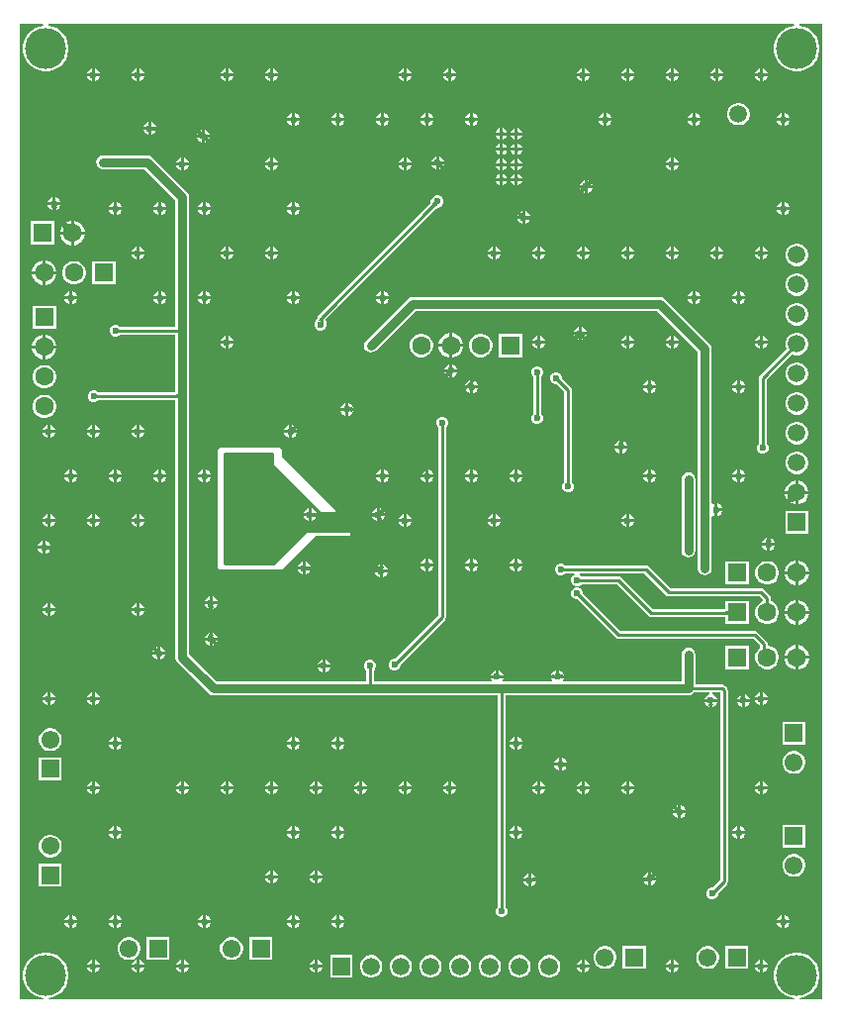
<source format=gbr>
G04*
G04 #@! TF.GenerationSoftware,Altium Limited,Altium Designer,22.9.1 (49)*
G04*
G04 Layer_Physical_Order=2*
G04 Layer_Color=16711680*
%FSTAX24Y24*%
%MOIN*%
G70*
G04*
G04 #@! TF.SameCoordinates,D3726A14-7932-4F0B-9928-97F3702F6CAB*
G04*
G04*
G04 #@! TF.FilePolarity,Positive*
G04*
G01*
G75*
%ADD16C,0.0100*%
%ADD53C,0.0610*%
%ADD54R,0.0610X0.0610*%
%ADD55R,0.0610X0.0610*%
%ADD62C,0.0197*%
%ADD64C,0.0300*%
G04:AMPARAMS|DCode=65|XSize=59.1mil|YSize=59.1mil|CornerRadius=14.8mil|HoleSize=0mil|Usage=FLASHONLY|Rotation=0.000|XOffset=0mil|YOffset=0mil|HoleType=Round|Shape=RoundedRectangle|*
%AMROUNDEDRECTD65*
21,1,0.0591,0.0295,0,0,0.0*
21,1,0.0295,0.0591,0,0,0.0*
1,1,0.0295,0.0148,-0.0148*
1,1,0.0295,-0.0148,-0.0148*
1,1,0.0295,-0.0148,0.0148*
1,1,0.0295,0.0148,0.0148*
%
%ADD65ROUNDEDRECTD65*%
%ADD66C,0.0591*%
%ADD67C,0.1380*%
%ADD68R,0.0630X0.0630*%
%ADD69C,0.0630*%
%ADD70C,0.0598*%
%ADD71R,0.0598X0.0598*%
%ADD72R,0.0598X0.0598*%
%ADD73R,0.0630X0.0630*%
%ADD74C,0.0236*%
G36*
X027167Y000133D02*
X026394D01*
X026389Y000183D01*
X026525Y00021D01*
X026665Y000268D01*
X026791Y000352D01*
X026898Y000459D01*
X026982Y000585D01*
X02704Y000725D01*
X02707Y000874D01*
Y001026D01*
X02704Y001175D01*
X026982Y001315D01*
X026898Y001441D01*
X026791Y001548D01*
X026665Y001632D01*
X026525Y00169D01*
X026376Y00172D01*
X026224D01*
X026075Y00169D01*
X025935Y001632D01*
X025809Y001548D01*
X025702Y001441D01*
X025618Y001315D01*
X02556Y001175D01*
X02553Y001026D01*
Y000874D01*
X02556Y000725D01*
X025618Y000585D01*
X025702Y000459D01*
X025809Y000352D01*
X025935Y000268D01*
X026075Y00021D01*
X026211Y000183D01*
X026206Y000133D01*
X001094Y000133D01*
X001089Y000183D01*
X001225Y00021D01*
X001365Y000268D01*
X001491Y000352D01*
X001598Y000459D01*
X001682Y000585D01*
X00174Y000725D01*
X00177Y000874D01*
Y001026D01*
X00174Y001175D01*
X001682Y001315D01*
X001598Y001441D01*
X001491Y001548D01*
X001365Y001632D01*
X001225Y00169D01*
X001076Y00172D01*
X000924D01*
X000775Y00169D01*
X000635Y001632D01*
X000509Y001548D01*
X000402Y001441D01*
X000318Y001315D01*
X00026Y001175D01*
X00023Y001026D01*
Y000874D01*
X00026Y000725D01*
X000318Y000585D01*
X000402Y000459D01*
X000509Y000352D01*
X000635Y000268D01*
X000775Y00021D01*
X000911Y000183D01*
X000906Y000133D01*
X000133D01*
Y032967D01*
X000906D01*
X000911Y032917D01*
X000775Y03289D01*
X000635Y032832D01*
X000509Y032748D01*
X000402Y032641D01*
X000318Y032515D01*
X00026Y032375D01*
X00023Y032226D01*
Y032074D01*
X00026Y031925D01*
X000318Y031785D01*
X000402Y031659D01*
X000509Y031552D01*
X000635Y031468D01*
X000775Y03141D01*
X000924Y03138D01*
X001076D01*
X001225Y03141D01*
X001365Y031468D01*
X001491Y031552D01*
X001598Y031659D01*
X001682Y031785D01*
X00174Y031925D01*
X00177Y032074D01*
Y032226D01*
X00174Y032375D01*
X001682Y032515D01*
X001598Y032641D01*
X001491Y032748D01*
X001365Y032832D01*
X001225Y03289D01*
X001089Y032917D01*
X001094Y032967D01*
X026206D01*
X026211Y032917D01*
X026075Y03289D01*
X025935Y032832D01*
X025809Y032748D01*
X025702Y032641D01*
X025618Y032515D01*
X02556Y032375D01*
X02553Y032226D01*
Y032074D01*
X02556Y031925D01*
X025618Y031785D01*
X025702Y031659D01*
X025809Y031552D01*
X025935Y031468D01*
X026075Y03141D01*
X026224Y03138D01*
X026376D01*
X026525Y03141D01*
X026665Y031468D01*
X026791Y031552D01*
X026898Y031659D01*
X026982Y031785D01*
X02704Y031925D01*
X02707Y032074D01*
Y032226D01*
X02704Y032375D01*
X026982Y032515D01*
X026898Y032641D01*
X026791Y032748D01*
X026665Y032832D01*
X026525Y03289D01*
X026389Y032917D01*
X026394Y032967D01*
X027167D01*
X027167Y000133D01*
D02*
G37*
%LPC*%
G36*
X02515Y031465D02*
Y0313D01*
X025315D01*
X025285Y031374D01*
X025224Y031435D01*
X02515Y031465D01*
D02*
G37*
G36*
X02505D02*
X024976Y031435D01*
X024915Y031374D01*
X024885Y0313D01*
X02505D01*
Y031465D01*
D02*
G37*
G36*
X02365D02*
Y0313D01*
X023815D01*
X023785Y031374D01*
X023724Y031435D01*
X02365Y031465D01*
D02*
G37*
G36*
X02355D02*
X023476Y031435D01*
X023415Y031374D01*
X023385Y0313D01*
X02355D01*
Y031465D01*
D02*
G37*
G36*
X02215D02*
Y0313D01*
X022315D01*
X022285Y031374D01*
X022224Y031435D01*
X02215Y031465D01*
D02*
G37*
G36*
X02205D02*
X021976Y031435D01*
X021915Y031374D01*
X021885Y0313D01*
X02205D01*
Y031465D01*
D02*
G37*
G36*
X02065D02*
Y0313D01*
X020815D01*
X020785Y031374D01*
X020724Y031435D01*
X02065Y031465D01*
D02*
G37*
G36*
X02055D02*
X020476Y031435D01*
X020415Y031374D01*
X020385Y0313D01*
X02055D01*
Y031465D01*
D02*
G37*
G36*
X01915D02*
Y0313D01*
X019315D01*
X019285Y031374D01*
X019224Y031435D01*
X01915Y031465D01*
D02*
G37*
G36*
X01905D02*
X018976Y031435D01*
X018915Y031374D01*
X018885Y0313D01*
X01905D01*
Y031465D01*
D02*
G37*
G36*
X01465D02*
Y0313D01*
X014815D01*
X014785Y031374D01*
X014724Y031435D01*
X01465Y031465D01*
D02*
G37*
G36*
X01455D02*
X014476Y031435D01*
X014415Y031374D01*
X014385Y0313D01*
X01455D01*
Y031465D01*
D02*
G37*
G36*
X01315D02*
Y0313D01*
X013315D01*
X013285Y031374D01*
X013224Y031435D01*
X01315Y031465D01*
D02*
G37*
G36*
X01305D02*
X012976Y031435D01*
X012915Y031374D01*
X012885Y0313D01*
X01305D01*
Y031465D01*
D02*
G37*
G36*
X00865D02*
Y0313D01*
X008815D01*
X008785Y031374D01*
X008724Y031435D01*
X00865Y031465D01*
D02*
G37*
G36*
X00855D02*
X008476Y031435D01*
X008415Y031374D01*
X008385Y0313D01*
X00855D01*
Y031465D01*
D02*
G37*
G36*
X00715D02*
Y0313D01*
X007315D01*
X007285Y031374D01*
X007224Y031435D01*
X00715Y031465D01*
D02*
G37*
G36*
X00705D02*
X006976Y031435D01*
X006915Y031374D01*
X006885Y0313D01*
X00705D01*
Y031465D01*
D02*
G37*
G36*
X00415D02*
Y0313D01*
X004315D01*
X004285Y031374D01*
X004224Y031435D01*
X00415Y031465D01*
D02*
G37*
G36*
X00405D02*
X003976Y031435D01*
X003915Y031374D01*
X003885Y0313D01*
X00405D01*
Y031465D01*
D02*
G37*
G36*
X00265D02*
Y0313D01*
X002815D01*
X002785Y031374D01*
X002724Y031435D01*
X00265Y031465D01*
D02*
G37*
G36*
X00255D02*
X002476Y031435D01*
X002415Y031374D01*
X002385Y0313D01*
X00255D01*
Y031465D01*
D02*
G37*
G36*
X025315Y0312D02*
X02515D01*
Y031035D01*
X025224Y031065D01*
X025285Y031126D01*
X025315Y0312D01*
D02*
G37*
G36*
X02505D02*
X024885D01*
X024915Y031126D01*
X024976Y031065D01*
X02505Y031035D01*
Y0312D01*
D02*
G37*
G36*
X023815D02*
X02365D01*
Y031035D01*
X023724Y031065D01*
X023785Y031126D01*
X023815Y0312D01*
D02*
G37*
G36*
X02355D02*
X023385D01*
X023415Y031126D01*
X023476Y031065D01*
X02355Y031035D01*
Y0312D01*
D02*
G37*
G36*
X022315D02*
X02215D01*
Y031035D01*
X022224Y031065D01*
X022285Y031126D01*
X022315Y0312D01*
D02*
G37*
G36*
X02205D02*
X021885D01*
X021915Y031126D01*
X021976Y031065D01*
X02205Y031035D01*
Y0312D01*
D02*
G37*
G36*
X020815D02*
X02065D01*
Y031035D01*
X020724Y031065D01*
X020785Y031126D01*
X020815Y0312D01*
D02*
G37*
G36*
X02055D02*
X020385D01*
X020415Y031126D01*
X020476Y031065D01*
X02055Y031035D01*
Y0312D01*
D02*
G37*
G36*
X019315D02*
X01915D01*
Y031035D01*
X019224Y031065D01*
X019285Y031126D01*
X019315Y0312D01*
D02*
G37*
G36*
X01905D02*
X018885D01*
X018915Y031126D01*
X018976Y031065D01*
X01905Y031035D01*
Y0312D01*
D02*
G37*
G36*
X014815D02*
X01465D01*
Y031035D01*
X014724Y031065D01*
X014785Y031126D01*
X014815Y0312D01*
D02*
G37*
G36*
X01455D02*
X014385D01*
X014415Y031126D01*
X014476Y031065D01*
X01455Y031035D01*
Y0312D01*
D02*
G37*
G36*
X013315D02*
X01315D01*
Y031035D01*
X013224Y031065D01*
X013285Y031126D01*
X013315Y0312D01*
D02*
G37*
G36*
X01305D02*
X012885D01*
X012915Y031126D01*
X012976Y031065D01*
X01305Y031035D01*
Y0312D01*
D02*
G37*
G36*
X008815D02*
X00865D01*
Y031035D01*
X008724Y031065D01*
X008785Y031126D01*
X008815Y0312D01*
D02*
G37*
G36*
X00855D02*
X008385D01*
X008415Y031126D01*
X008476Y031065D01*
X00855Y031035D01*
Y0312D01*
D02*
G37*
G36*
X007315D02*
X00715D01*
Y031035D01*
X007224Y031065D01*
X007285Y031126D01*
X007315Y0312D01*
D02*
G37*
G36*
X00705D02*
X006885D01*
X006915Y031126D01*
X006976Y031065D01*
X00705Y031035D01*
Y0312D01*
D02*
G37*
G36*
X004315D02*
X00415D01*
Y031035D01*
X004224Y031065D01*
X004285Y031126D01*
X004315Y0312D01*
D02*
G37*
G36*
X00405D02*
X003885D01*
X003915Y031126D01*
X003976Y031065D01*
X00405Y031035D01*
Y0312D01*
D02*
G37*
G36*
X002815D02*
X00265D01*
Y031035D01*
X002724Y031065D01*
X002785Y031126D01*
X002815Y0312D01*
D02*
G37*
G36*
X00255D02*
X002385D01*
X002415Y031126D01*
X002476Y031065D01*
X00255Y031035D01*
Y0312D01*
D02*
G37*
G36*
X0259Y029965D02*
Y0298D01*
X026065D01*
X026035Y029874D01*
X025974Y029935D01*
X0259Y029965D01*
D02*
G37*
G36*
X0258D02*
X025726Y029935D01*
X025665Y029874D01*
X025635Y0298D01*
X0258D01*
Y029965D01*
D02*
G37*
G36*
X0229D02*
Y0298D01*
X023065D01*
X023035Y029874D01*
X022974Y029935D01*
X0229Y029965D01*
D02*
G37*
G36*
X0228D02*
X022726Y029935D01*
X022665Y029874D01*
X022635Y0298D01*
X0228D01*
Y029965D01*
D02*
G37*
G36*
X0199D02*
Y0298D01*
X020065D01*
X020035Y029874D01*
X019974Y029935D01*
X0199Y029965D01*
D02*
G37*
G36*
X0198D02*
X019726Y029935D01*
X019665Y029874D01*
X019635Y0298D01*
X0198D01*
Y029965D01*
D02*
G37*
G36*
X0154D02*
Y0298D01*
X015565D01*
X015535Y029874D01*
X015474Y029935D01*
X0154Y029965D01*
D02*
G37*
G36*
X0153D02*
X015226Y029935D01*
X015165Y029874D01*
X015135Y0298D01*
X0153D01*
Y029965D01*
D02*
G37*
G36*
X0139D02*
Y0298D01*
X014065D01*
X014035Y029874D01*
X013974Y029935D01*
X0139Y029965D01*
D02*
G37*
G36*
X0138D02*
X013726Y029935D01*
X013665Y029874D01*
X013635Y0298D01*
X0138D01*
Y029965D01*
D02*
G37*
G36*
X0124D02*
Y0298D01*
X012565D01*
X012535Y029874D01*
X012474Y029935D01*
X0124Y029965D01*
D02*
G37*
G36*
X0123D02*
X012226Y029935D01*
X012165Y029874D01*
X012135Y0298D01*
X0123D01*
Y029965D01*
D02*
G37*
G36*
X0109D02*
Y0298D01*
X011065D01*
X011035Y029874D01*
X010974Y029935D01*
X0109Y029965D01*
D02*
G37*
G36*
X0108D02*
X010726Y029935D01*
X010665Y029874D01*
X010635Y0298D01*
X0108D01*
Y029965D01*
D02*
G37*
G36*
X0094D02*
Y0298D01*
X009565D01*
X009535Y029874D01*
X009474Y029935D01*
X0094Y029965D01*
D02*
G37*
G36*
X0093D02*
X009226Y029935D01*
X009165Y029874D01*
X009135Y0298D01*
X0093D01*
Y029965D01*
D02*
G37*
G36*
X024384Y030314D02*
X024285D01*
X024189Y030288D01*
X024104Y030239D01*
X024034Y030169D01*
X023985Y030083D01*
X023959Y029988D01*
Y029889D01*
X023985Y029793D01*
X024034Y029708D01*
X024104Y029638D01*
X024189Y029589D01*
X024285Y029563D01*
X024384D01*
X024479Y029589D01*
X024565Y029638D01*
X024635Y029708D01*
X024684Y029793D01*
X02471Y029889D01*
Y029988D01*
X024684Y030083D01*
X024635Y030169D01*
X024565Y030239D01*
X024479Y030288D01*
X024384Y030314D01*
D02*
G37*
G36*
X026065Y0297D02*
X0259D01*
Y029535D01*
X025974Y029565D01*
X026035Y029626D01*
X026065Y0297D01*
D02*
G37*
G36*
X0258D02*
X025635D01*
X025665Y029626D01*
X025726Y029565D01*
X0258Y029535D01*
Y0297D01*
D02*
G37*
G36*
X023065D02*
X0229D01*
Y029535D01*
X022974Y029565D01*
X023035Y029626D01*
X023065Y0297D01*
D02*
G37*
G36*
X0228D02*
X022635D01*
X022665Y029626D01*
X022726Y029565D01*
X0228Y029535D01*
Y0297D01*
D02*
G37*
G36*
X020065D02*
X0199D01*
Y029535D01*
X019974Y029565D01*
X020035Y029626D01*
X020065Y0297D01*
D02*
G37*
G36*
X0198D02*
X019635D01*
X019665Y029626D01*
X019726Y029565D01*
X0198Y029535D01*
Y0297D01*
D02*
G37*
G36*
X015565D02*
X0154D01*
Y029535D01*
X015474Y029565D01*
X015535Y029626D01*
X015565Y0297D01*
D02*
G37*
G36*
X0153D02*
X015135D01*
X015165Y029626D01*
X015226Y029565D01*
X0153Y029535D01*
Y0297D01*
D02*
G37*
G36*
X014065D02*
X0139D01*
Y029535D01*
X013974Y029565D01*
X014035Y029626D01*
X014065Y0297D01*
D02*
G37*
G36*
X0138D02*
X013635D01*
X013665Y029626D01*
X013726Y029565D01*
X0138Y029535D01*
Y0297D01*
D02*
G37*
G36*
X012565D02*
X0124D01*
Y029535D01*
X012474Y029565D01*
X012535Y029626D01*
X012565Y0297D01*
D02*
G37*
G36*
X0123D02*
X012135D01*
X012165Y029626D01*
X012226Y029565D01*
X0123Y029535D01*
Y0297D01*
D02*
G37*
G36*
X011065D02*
X0109D01*
Y029535D01*
X010974Y029565D01*
X011035Y029626D01*
X011065Y0297D01*
D02*
G37*
G36*
X0108D02*
X010635D01*
X010665Y029626D01*
X010726Y029565D01*
X0108Y029535D01*
Y0297D01*
D02*
G37*
G36*
X009565D02*
X0094D01*
Y029535D01*
X009474Y029565D01*
X009535Y029626D01*
X009565Y0297D01*
D02*
G37*
G36*
X0093D02*
X009135D01*
X009165Y029626D01*
X009226Y029565D01*
X0093Y029535D01*
Y0297D01*
D02*
G37*
G36*
X004555Y029671D02*
Y029505D01*
X004616D01*
Y029564D01*
X004628Y029553D01*
X00464Y029543D01*
X004652Y029534D01*
X004664Y029526D01*
X004677Y02952D01*
X00469Y029515D01*
X004703Y029511D01*
X004717Y029508D01*
X00472Y029507D01*
X00469Y029579D01*
X004629Y02964D01*
X004555Y029671D01*
D02*
G37*
G36*
X004455D02*
X004382Y02964D01*
X004321Y029579D01*
X00429Y029505D01*
X004455D01*
Y029671D01*
D02*
G37*
G36*
X00625Y029415D02*
X006185Y029388D01*
X006187Y029387D01*
X006199Y029379D01*
X006211Y029373D01*
X006224Y029367D01*
X006238Y029363D01*
X00625Y02936D01*
Y029415D01*
D02*
G37*
G36*
X016906Y029462D02*
Y029318D01*
X01705D01*
X017024Y02938D01*
X016968Y029436D01*
X016906Y029462D01*
D02*
G37*
G36*
X016806D02*
X016744Y029436D01*
X016688Y02938D01*
X016662Y029318D01*
X016806D01*
Y029462D01*
D02*
G37*
G36*
X016394D02*
Y029318D01*
X016538D01*
X016512Y02938D01*
X016456Y029436D01*
X016394Y029462D01*
D02*
G37*
G36*
X016294D02*
X016232Y029436D01*
X016176Y02938D01*
X01615Y029318D01*
X016294D01*
Y029462D01*
D02*
G37*
G36*
X00635Y029415D02*
Y02925D01*
X006515D01*
X006485Y029324D01*
X006424Y029385D01*
X00635Y029415D01*
D02*
G37*
G36*
X00625Y029307D02*
X006193Y02925D01*
X00625D01*
Y029307D01*
D02*
G37*
G36*
X006112Y029315D02*
X006085Y02925D01*
X00614D01*
X006137Y029262D01*
X006133Y029276D01*
X006127Y029289D01*
X006121Y029301D01*
X006113Y029313D01*
X006112Y029315D01*
D02*
G37*
G36*
X004616Y029405D02*
X004555D01*
Y02924D01*
X004629Y029271D01*
X00469Y029332D01*
X00472Y029403D01*
X004717Y029403D01*
X004703Y0294D01*
X00469Y029396D01*
X004677Y029391D01*
X004664Y029384D01*
X004652Y029377D01*
X00464Y029368D01*
X004628Y029358D01*
X004616Y029347D01*
Y029405D01*
D02*
G37*
G36*
X004455D02*
X00429D01*
X004321Y029332D01*
X004382Y029271D01*
X004455Y02924D01*
Y029405D01*
D02*
G37*
G36*
X006407Y02915D02*
X00635D01*
Y029093D01*
X006407Y02915D01*
D02*
G37*
G36*
X006515D02*
X00646D01*
X006463Y029138D01*
X006467Y029124D01*
X006473Y029111D01*
X006479Y029099D01*
X006487Y029087D01*
X006488Y029085D01*
X006515Y02915D01*
D02*
G37*
G36*
X01705Y029218D02*
X016906D01*
Y029074D01*
X016968Y0291D01*
X017024Y029155D01*
X01705Y029218D01*
D02*
G37*
G36*
X016806D02*
X016662D01*
X016688Y029155D01*
X016744Y0291D01*
X016806Y029074D01*
Y029218D01*
D02*
G37*
G36*
X016538D02*
X016394D01*
Y029074D01*
X016456Y0291D01*
X016512Y029155D01*
X016538Y029218D01*
D02*
G37*
G36*
X016294D02*
X01615D01*
X016176Y029155D01*
X016232Y0291D01*
X016294Y029074D01*
Y029218D01*
D02*
G37*
G36*
X00635Y02904D02*
Y028985D01*
X006415Y029012D01*
X006413Y029013D01*
X006401Y029021D01*
X006389Y029027D01*
X006376Y029033D01*
X006362Y029037D01*
X00635Y02904D01*
D02*
G37*
G36*
X00625Y02915D02*
X006085D01*
X006115Y029076D01*
X006176Y029015D01*
X00625Y028985D01*
Y02915D01*
D02*
G37*
G36*
X016906Y02895D02*
Y028806D01*
X01705D01*
X017024Y028868D01*
X016968Y028924D01*
X016906Y02895D01*
D02*
G37*
G36*
X016806D02*
X016744Y028924D01*
X016688Y028868D01*
X016662Y028806D01*
X016806D01*
Y02895D01*
D02*
G37*
G36*
X016394D02*
Y028806D01*
X016538D01*
X016512Y028868D01*
X016456Y028924D01*
X016394Y02895D01*
D02*
G37*
G36*
X016294D02*
X016232Y028924D01*
X016176Y028868D01*
X01615Y028806D01*
X016294D01*
Y02895D01*
D02*
G37*
G36*
X01705Y028706D02*
X016906D01*
Y028562D01*
X016968Y028588D01*
X017024Y028644D01*
X01705Y028706D01*
D02*
G37*
G36*
X016806D02*
X016662D01*
X016688Y028644D01*
X016744Y028588D01*
X016806Y028562D01*
Y028706D01*
D02*
G37*
G36*
X016538D02*
X016394D01*
Y028562D01*
X016456Y028588D01*
X016512Y028644D01*
X016538Y028706D01*
D02*
G37*
G36*
X016294D02*
X01615D01*
X016176Y028644D01*
X016232Y028588D01*
X016294Y028562D01*
Y028706D01*
D02*
G37*
G36*
X01425Y028515D02*
Y02835D01*
X014415D01*
X014385Y028424D01*
X014324Y028485D01*
X01425Y028515D01*
D02*
G37*
G36*
X01415D02*
X014076Y028485D01*
X014015Y028424D01*
X013985Y02835D01*
X014032D01*
X014033Y028351D01*
X014044Y028359D01*
X014055Y028368D01*
X014065Y028379D01*
X014075Y028391D01*
X014081Y02835D01*
X01415D01*
Y028515D01*
D02*
G37*
G36*
X01305Y028465D02*
X012976Y028435D01*
X012915Y028374D01*
X012885Y0283D01*
X013023D01*
X01304Y028328D01*
X01305Y028325D01*
Y028465D01*
D02*
G37*
G36*
X00855D02*
X008476Y028435D01*
X008415Y028374D01*
X008385Y0283D01*
X008523D01*
X00854Y028328D01*
X00855Y028325D01*
Y028465D01*
D02*
G37*
G36*
X02215D02*
Y0283D01*
X022315D01*
X022285Y028374D01*
X022224Y028435D01*
X02215Y028465D01*
D02*
G37*
G36*
X02205D02*
X021976Y028435D01*
X021915Y028374D01*
X021885Y0283D01*
X02205D01*
Y028465D01*
D02*
G37*
G36*
X01315D02*
Y028325D01*
X01316Y028328D01*
X013177Y0283D01*
X013315D01*
X013285Y028374D01*
X013224Y028435D01*
X01315Y028465D01*
D02*
G37*
G36*
X00865D02*
Y028325D01*
X00866Y028328D01*
X008677Y0283D01*
X008815D01*
X008785Y028374D01*
X008724Y028435D01*
X00865Y028465D01*
D02*
G37*
G36*
X00565D02*
Y0283D01*
X005815D01*
X005785Y028374D01*
X005724Y028435D01*
X00565Y028465D01*
D02*
G37*
G36*
X00555D02*
X005476Y028435D01*
X005415Y028374D01*
X005385Y0283D01*
X00555D01*
Y028465D01*
D02*
G37*
G36*
X016906Y028438D02*
Y028294D01*
X01705D01*
X017024Y028356D01*
X016968Y028412D01*
X016906Y028438D01*
D02*
G37*
G36*
X016806D02*
X016744Y028412D01*
X016688Y028356D01*
X016662Y028294D01*
X016806D01*
Y028438D01*
D02*
G37*
G36*
X016394D02*
Y028294D01*
X016538D01*
X016512Y028356D01*
X016456Y028412D01*
X016394Y028438D01*
D02*
G37*
G36*
X016294D02*
X016232Y028412D01*
X016176Y028356D01*
X01615Y028294D01*
X016294D01*
Y028438D01*
D02*
G37*
G36*
X014307Y02825D02*
X01425D01*
Y028193D01*
X014307Y02825D01*
D02*
G37*
G36*
X014415D02*
X01436D01*
X014363Y028238D01*
X014367Y028224D01*
X014373Y028211D01*
X014379Y028199D01*
X014387Y028187D01*
X014388Y028185D01*
X014415Y02825D01*
D02*
G37*
G36*
X01415D02*
X014095D01*
X014106Y028177D01*
X014093Y028186D01*
X014079Y028195D01*
X014066Y028203D01*
X014052Y028209D01*
X014039Y028215D01*
X014025Y02822D01*
X014011Y028223D01*
X013997Y028226D01*
X013995Y028226D01*
X014015Y028176D01*
X014076Y028115D01*
X01415Y028085D01*
Y02825D01*
D02*
G37*
G36*
X01425Y02814D02*
Y028085D01*
X014315Y028112D01*
X014313Y028113D01*
X014301Y028121D01*
X014289Y028127D01*
X014276Y028133D01*
X014262Y028137D01*
X01425Y02814D01*
D02*
G37*
G36*
X01705Y028194D02*
X016906D01*
Y02805D01*
X016968Y028076D01*
X017024Y028132D01*
X01705Y028194D01*
D02*
G37*
G36*
X016806D02*
X016662D01*
X016688Y028132D01*
X016744Y028076D01*
X016806Y02805D01*
Y028194D01*
D02*
G37*
G36*
X016538D02*
X016394D01*
Y02805D01*
X016456Y028076D01*
X016512Y028132D01*
X016538Y028194D01*
D02*
G37*
G36*
X016294D02*
X01615D01*
X016176Y028132D01*
X016232Y028076D01*
X016294Y02805D01*
Y028194D01*
D02*
G37*
G36*
X022315Y0282D02*
X02215D01*
Y028035D01*
X022224Y028065D01*
X022285Y028126D01*
X022315Y0282D01*
D02*
G37*
G36*
X02205D02*
X021885D01*
X021915Y028126D01*
X021976Y028065D01*
X02205Y028035D01*
Y0282D01*
D02*
G37*
G36*
X013315D02*
X01315D01*
Y028035D01*
X013224Y028065D01*
X013285Y028126D01*
X013315Y0282D01*
D02*
G37*
G36*
X01305D02*
X012885D01*
X012915Y028126D01*
X012976Y028065D01*
X01305Y028035D01*
Y0282D01*
D02*
G37*
G36*
X008815D02*
X00865D01*
Y028035D01*
X008724Y028065D01*
X008785Y028126D01*
X008815Y0282D01*
D02*
G37*
G36*
X00855D02*
X008385D01*
X008415Y028126D01*
X008476Y028065D01*
X00855Y028035D01*
Y0282D01*
D02*
G37*
G36*
X005815D02*
X00565D01*
Y028035D01*
X005724Y028065D01*
X005785Y028126D01*
X005815Y0282D01*
D02*
G37*
G36*
X00555D02*
X005385D01*
X005415Y028126D01*
X005476Y028065D01*
X00555Y028035D01*
Y0282D01*
D02*
G37*
G36*
X016906Y027926D02*
Y027782D01*
X01705D01*
X017024Y027845D01*
X016968Y027901D01*
X016906Y027926D01*
D02*
G37*
G36*
X016806D02*
X016744Y027901D01*
X016688Y027845D01*
X016662Y027782D01*
X016806D01*
Y027926D01*
D02*
G37*
G36*
X016394D02*
Y027782D01*
X016538D01*
X016512Y027845D01*
X016456Y027901D01*
X016394Y027926D01*
D02*
G37*
G36*
X016294D02*
X016232Y027901D01*
X016176Y027845D01*
X01615Y027782D01*
X016294D01*
Y027926D01*
D02*
G37*
G36*
X01925Y027715D02*
Y02766D01*
X019262Y027663D01*
X019276Y027667D01*
X019289Y027673D01*
X019301Y027679D01*
X019313Y027687D01*
X019315Y027688D01*
X01925Y027715D01*
D02*
G37*
G36*
X019388Y027615D02*
X019387Y027613D01*
X019379Y027601D01*
X019373Y027589D01*
X019367Y027576D01*
X019363Y027562D01*
X01936Y02755D01*
X019415D01*
X019388Y027615D01*
D02*
G37*
G36*
X01925Y027607D02*
Y02755D01*
X019307D01*
X01925Y027607D01*
D02*
G37*
G36*
X01915Y027715D02*
X019076Y027685D01*
X019015Y027624D01*
X018985Y02755D01*
X01915D01*
Y027715D01*
D02*
G37*
G36*
X01705Y027682D02*
X016906D01*
Y027538D01*
X016968Y027564D01*
X017024Y02762D01*
X01705Y027682D01*
D02*
G37*
G36*
X016806D02*
X016662D01*
X016688Y02762D01*
X016744Y027564D01*
X016806Y027538D01*
Y027682D01*
D02*
G37*
G36*
X016538D02*
X016394D01*
Y027538D01*
X016456Y027564D01*
X016512Y02762D01*
X016538Y027682D01*
D02*
G37*
G36*
X016294D02*
X01615D01*
X016176Y02762D01*
X016232Y027564D01*
X016294Y027538D01*
Y027682D01*
D02*
G37*
G36*
X01915Y02745D02*
X019093D01*
X01915Y027393D01*
Y02745D01*
D02*
G37*
G36*
X01904D02*
X018985D01*
X019012Y027385D01*
X019013Y027387D01*
X019021Y027399D01*
X019027Y027411D01*
X019033Y027424D01*
X019037Y027438D01*
X01904Y02745D01*
D02*
G37*
G36*
X019415D02*
X01925D01*
Y027285D01*
X019324Y027315D01*
X019385Y027376D01*
X019415Y02745D01*
D02*
G37*
G36*
X01915Y02734D02*
X019138Y027337D01*
X019124Y027333D01*
X019111Y027327D01*
X019099Y027321D01*
X019087Y027313D01*
X019085Y027312D01*
X01915Y027285D01*
Y02734D01*
D02*
G37*
G36*
X001335Y02713D02*
Y026965D01*
X001501D01*
X00147Y027038D01*
X001409Y027099D01*
X001335Y02713D01*
D02*
G37*
G36*
X001235D02*
X001162Y027099D01*
X001101Y027038D01*
X00107Y026965D01*
X001235D01*
Y02713D01*
D02*
G37*
G36*
X0259Y026965D02*
Y0268D01*
X026065D01*
X026035Y026874D01*
X025974Y026935D01*
X0259Y026965D01*
D02*
G37*
G36*
X0258D02*
X025726Y026935D01*
X025665Y026874D01*
X025635Y0268D01*
X0258D01*
Y026965D01*
D02*
G37*
G36*
X0094D02*
Y0268D01*
X009565D01*
X009535Y026874D01*
X009474Y026935D01*
X0094Y026965D01*
D02*
G37*
G36*
X0093D02*
X009226Y026935D01*
X009165Y026874D01*
X009135Y0268D01*
X0093D01*
Y026965D01*
D02*
G37*
G36*
X0064D02*
Y0268D01*
X006565D01*
X006535Y026874D01*
X006474Y026935D01*
X0064Y026965D01*
D02*
G37*
G36*
X0063D02*
X006226Y026935D01*
X006165Y026874D01*
X006135Y0268D01*
X0063D01*
Y026965D01*
D02*
G37*
G36*
X0049D02*
Y0268D01*
X005065D01*
X005035Y026874D01*
X004974Y026935D01*
X0049Y026965D01*
D02*
G37*
G36*
X0048D02*
X004726Y026935D01*
X004665Y026874D01*
X004635Y0268D01*
X0048D01*
Y026965D01*
D02*
G37*
G36*
X0034D02*
Y0268D01*
X003565D01*
X003535Y026874D01*
X003474Y026935D01*
X0034Y026965D01*
D02*
G37*
G36*
X0033D02*
X003226Y026935D01*
X003165Y026874D01*
X003135Y0268D01*
X0033D01*
Y026965D01*
D02*
G37*
G36*
X001501Y026865D02*
X001335D01*
Y026804D01*
X001394D01*
X001383Y026792D01*
X001373Y02678D01*
X001364Y026768D01*
X001356Y026756D01*
X00135Y026743D01*
X001345Y02673D01*
X001341Y026717D01*
X001338Y026703D01*
X001337Y0267D01*
X001409Y02673D01*
X00147Y026791D01*
X001501Y026865D01*
D02*
G37*
G36*
X001235D02*
X00107D01*
X001101Y026791D01*
X001162Y02673D01*
X001233Y0267D01*
X001233Y026703D01*
X00123Y026717D01*
X001226Y02673D01*
X001221Y026743D01*
X001214Y026756D01*
X001207Y026768D01*
X001198Y02678D01*
X001188Y026792D01*
X001177Y026804D01*
X001235D01*
Y026865D01*
D02*
G37*
G36*
X01705Y026665D02*
X016985Y026638D01*
X016987Y026637D01*
X016999Y026629D01*
X017011Y026623D01*
X017024Y026617D01*
X017038Y026613D01*
X01705Y02661D01*
Y026665D01*
D02*
G37*
G36*
X026065Y0267D02*
X0259D01*
Y026535D01*
X025974Y026565D01*
X026035Y026626D01*
X026065Y0267D01*
D02*
G37*
G36*
X0258D02*
X025635D01*
X025665Y026626D01*
X025726Y026565D01*
X0258Y026535D01*
Y0267D01*
D02*
G37*
G36*
X009565D02*
X0094D01*
Y026535D01*
X009474Y026565D01*
X009535Y026626D01*
X009565Y0267D01*
D02*
G37*
G36*
X0093D02*
X009135D01*
X009165Y026626D01*
X009226Y026565D01*
X0093Y026535D01*
Y0267D01*
D02*
G37*
G36*
X006565D02*
X0064D01*
Y026535D01*
X006474Y026565D01*
X006535Y026626D01*
X006565Y0267D01*
D02*
G37*
G36*
X0063D02*
X006135D01*
X006165Y026626D01*
X006226Y026565D01*
X0063Y026535D01*
Y0267D01*
D02*
G37*
G36*
X005065D02*
X0049D01*
Y026535D01*
X004974Y026565D01*
X005035Y026626D01*
X005065Y0267D01*
D02*
G37*
G36*
X0048D02*
X004635D01*
X004665Y026626D01*
X004726Y026565D01*
X0048Y026535D01*
Y0267D01*
D02*
G37*
G36*
X003565D02*
X0034D01*
Y026535D01*
X003474Y026565D01*
X003535Y026626D01*
X003565Y0267D01*
D02*
G37*
G36*
X0033D02*
X003135D01*
X003165Y026626D01*
X003226Y026565D01*
X0033Y026535D01*
Y0267D01*
D02*
G37*
G36*
X01715Y026665D02*
Y0265D01*
X017211D01*
Y026558D01*
X017222Y026547D01*
X017234Y026537D01*
X017246Y026529D01*
X017259Y026521D01*
X017272Y026515D01*
X017285Y026509D01*
X017298Y026505D01*
X017312Y026502D01*
X017315Y026502D01*
X017285Y026574D01*
X017224Y026635D01*
X01715Y026665D01*
D02*
G37*
G36*
X01705Y026557D02*
X016993Y0265D01*
X01705D01*
Y026557D01*
D02*
G37*
G36*
X016912Y026565D02*
X016885Y0265D01*
X01694D01*
X016937Y026512D01*
X016933Y026526D01*
X016927Y026539D01*
X016921Y026551D01*
X016913Y026563D01*
X016912Y026565D01*
D02*
G37*
G36*
X00185Y026351D02*
X001845D01*
X00174Y026323D01*
X001663Y026279D01*
X001669Y026277D01*
X001699Y026269D01*
X001732Y026262D01*
X001768Y026257D01*
X00185Y026252D01*
Y026351D01*
D02*
G37*
G36*
X017211Y0264D02*
X01715D01*
Y026235D01*
X017224Y026265D01*
X017285Y026326D01*
X017315Y026398D01*
X017312Y026398D01*
X017298Y026395D01*
X017285Y026391D01*
X017272Y026385D01*
X017259Y026379D01*
X017246Y026371D01*
X017234Y026363D01*
X017222Y026353D01*
X017211Y026342D01*
Y0264D01*
D02*
G37*
G36*
X01705D02*
X016885D01*
X016915Y026326D01*
X016976Y026265D01*
X01705Y026235D01*
Y0264D01*
D02*
G37*
G36*
X001955Y026351D02*
X00195D01*
Y025986D01*
X002315D01*
Y025991D01*
X002287Y026096D01*
X002232Y026191D01*
X002155Y026268D01*
X00206Y026323D01*
X001955Y026351D01*
D02*
G37*
G36*
X00185Y026204D02*
X001632Y025986D01*
X00185D01*
Y026204D01*
D02*
G37*
G36*
X001558Y026173D02*
X001513Y026096D01*
X001485Y025991D01*
Y025986D01*
X001585D01*
X001579Y026068D01*
X001574Y026104D01*
X001568Y026138D01*
X00156Y026167D01*
X001558Y026173D01*
D02*
G37*
G36*
X001295Y026331D02*
X000505D01*
Y025541D01*
X001295D01*
Y026331D01*
D02*
G37*
G36*
X002315Y025886D02*
X00195D01*
Y025521D01*
X001955D01*
X00206Y02555D01*
X002155Y025604D01*
X002232Y025682D01*
X002287Y025776D01*
X002315Y025882D01*
Y025886D01*
D02*
G37*
G36*
X00185D02*
X001485D01*
Y025882D01*
X001513Y025776D01*
X001568Y025682D01*
X001645Y025604D01*
X00174Y02555D01*
X001845Y025521D01*
X00185D01*
Y025886D01*
D02*
G37*
G36*
X02515Y025465D02*
Y0253D01*
X025315D01*
X025285Y025374D01*
X025224Y025435D01*
X02515Y025465D01*
D02*
G37*
G36*
X02505D02*
X024976Y025435D01*
X024915Y025374D01*
X024885Y0253D01*
X02505D01*
Y025465D01*
D02*
G37*
G36*
X02365D02*
Y0253D01*
X023815D01*
X023785Y025374D01*
X023724Y025435D01*
X02365Y025465D01*
D02*
G37*
G36*
X02355D02*
X023476Y025435D01*
X023415Y025374D01*
X023385Y0253D01*
X02355D01*
Y025465D01*
D02*
G37*
G36*
X02215D02*
Y0253D01*
X022315D01*
X022285Y025374D01*
X022224Y025435D01*
X02215Y025465D01*
D02*
G37*
G36*
X02205D02*
X021976Y025435D01*
X021915Y025374D01*
X021885Y0253D01*
X02205D01*
Y025465D01*
D02*
G37*
G36*
X02065D02*
Y0253D01*
X020815D01*
X020785Y025374D01*
X020724Y025435D01*
X02065Y025465D01*
D02*
G37*
G36*
X02055D02*
X020476Y025435D01*
X020415Y025374D01*
X020385Y0253D01*
X02055D01*
Y025465D01*
D02*
G37*
G36*
X01915D02*
Y0253D01*
X019315D01*
X019285Y025374D01*
X019224Y025435D01*
X01915Y025465D01*
D02*
G37*
G36*
X01905D02*
X018976Y025435D01*
X018915Y025374D01*
X018885Y0253D01*
X01905D01*
Y025465D01*
D02*
G37*
G36*
X01765D02*
Y0253D01*
X017815D01*
X017785Y025374D01*
X017724Y025435D01*
X01765Y025465D01*
D02*
G37*
G36*
X01755D02*
X017476Y025435D01*
X017415Y025374D01*
X017385Y0253D01*
X01755D01*
Y025465D01*
D02*
G37*
G36*
X01615D02*
Y0253D01*
X016315D01*
X016285Y025374D01*
X016224Y025435D01*
X01615Y025465D01*
D02*
G37*
G36*
X01605D02*
X015976Y025435D01*
X015915Y025374D01*
X015885Y0253D01*
X01605D01*
Y025465D01*
D02*
G37*
G36*
X00865D02*
Y0253D01*
X008815D01*
X008785Y025374D01*
X008724Y025435D01*
X00865Y025465D01*
D02*
G37*
G36*
X00855D02*
X008476Y025435D01*
X008415Y025374D01*
X008385Y0253D01*
X00855D01*
Y025465D01*
D02*
G37*
G36*
X00715D02*
Y0253D01*
X007315D01*
X007285Y025374D01*
X007224Y025435D01*
X00715Y025465D01*
D02*
G37*
G36*
X00705D02*
X006976Y025435D01*
X006915Y025374D01*
X006885Y0253D01*
X00705D01*
Y025465D01*
D02*
G37*
G36*
X00415D02*
Y0253D01*
X004315D01*
X004285Y025374D01*
X004224Y025435D01*
X00415Y025465D01*
D02*
G37*
G36*
X00405D02*
X003976Y025435D01*
X003915Y025374D01*
X003885Y0253D01*
X00405D01*
Y025465D01*
D02*
G37*
G36*
X025315Y0252D02*
X02515D01*
Y025035D01*
X025224Y025065D01*
X025285Y025126D01*
X025315Y0252D01*
D02*
G37*
G36*
X02505D02*
X024885D01*
X024915Y025126D01*
X024976Y025065D01*
X02505Y025035D01*
Y0252D01*
D02*
G37*
G36*
X023815D02*
X02365D01*
Y025035D01*
X023724Y025065D01*
X023785Y025126D01*
X023815Y0252D01*
D02*
G37*
G36*
X02355D02*
X023385D01*
X023415Y025126D01*
X023476Y025065D01*
X02355Y025035D01*
Y0252D01*
D02*
G37*
G36*
X022315D02*
X02215D01*
Y025035D01*
X022224Y025065D01*
X022285Y025126D01*
X022315Y0252D01*
D02*
G37*
G36*
X02205D02*
X021885D01*
X021915Y025126D01*
X021976Y025065D01*
X02205Y025035D01*
Y0252D01*
D02*
G37*
G36*
X020815D02*
X02065D01*
Y025035D01*
X020724Y025065D01*
X020785Y025126D01*
X020815Y0252D01*
D02*
G37*
G36*
X02055D02*
X020385D01*
X020415Y025126D01*
X020476Y025065D01*
X02055Y025035D01*
Y0252D01*
D02*
G37*
G36*
X019315D02*
X01915D01*
Y025035D01*
X019224Y025065D01*
X019285Y025126D01*
X019315Y0252D01*
D02*
G37*
G36*
X01905D02*
X018885D01*
X018915Y025126D01*
X018976Y025065D01*
X01905Y025035D01*
Y0252D01*
D02*
G37*
G36*
X017815D02*
X01765D01*
Y025035D01*
X017724Y025065D01*
X017785Y025126D01*
X017815Y0252D01*
D02*
G37*
G36*
X01755D02*
X017385D01*
X017415Y025126D01*
X017476Y025065D01*
X01755Y025035D01*
Y0252D01*
D02*
G37*
G36*
X016315D02*
X01615D01*
Y025035D01*
X016224Y025065D01*
X016285Y025126D01*
X016315Y0252D01*
D02*
G37*
G36*
X01605D02*
X015885D01*
X015915Y025126D01*
X015976Y025065D01*
X01605Y025035D01*
Y0252D01*
D02*
G37*
G36*
X008815D02*
X00865D01*
Y025035D01*
X008724Y025065D01*
X008785Y025126D01*
X008815Y0252D01*
D02*
G37*
G36*
X00855D02*
X008385D01*
X008415Y025126D01*
X008476Y025065D01*
X00855Y025035D01*
Y0252D01*
D02*
G37*
G36*
X007315D02*
X00715D01*
Y025035D01*
X007224Y025065D01*
X007285Y025126D01*
X007315Y0252D01*
D02*
G37*
G36*
X00705D02*
X006885D01*
X006915Y025126D01*
X006976Y025065D01*
X00705Y025035D01*
Y0252D01*
D02*
G37*
G36*
X004315D02*
X00415D01*
Y025035D01*
X004224Y025065D01*
X004285Y025126D01*
X004315Y0252D01*
D02*
G37*
G36*
X00405D02*
X003885D01*
X003915Y025126D01*
X003976Y025065D01*
X00405Y025035D01*
Y0252D01*
D02*
G37*
G36*
X02635Y025584D02*
X02625D01*
X026154Y025558D01*
X026067Y025508D01*
X025997Y025437D01*
X025947Y025351D01*
X025921Y025254D01*
Y025155D01*
X025947Y025058D01*
X025997Y024972D01*
X026067Y024901D01*
X026154Y024851D01*
X02625Y024825D01*
X02635D01*
X026446Y024851D01*
X026533Y024901D01*
X026603Y024972D01*
X026653Y025058D01*
X026679Y025155D01*
Y025254D01*
X026653Y025351D01*
X026603Y025437D01*
X026533Y025508D01*
X026446Y025558D01*
X02635Y025584D01*
D02*
G37*
G36*
X001005Y025015D02*
X001D01*
Y02465D01*
X001365D01*
Y024655D01*
X001337Y02476D01*
X001282Y024855D01*
X001205Y024932D01*
X00111Y024987D01*
X001005Y025015D01*
D02*
G37*
G36*
X0009D02*
X000895D01*
X00079Y024987D01*
X000695Y024932D01*
X000618Y024855D01*
X000563Y02476D01*
X000535Y024655D01*
Y02465D01*
X0009D01*
Y025015D01*
D02*
G37*
G36*
X003345Y024995D02*
X002555D01*
Y024205D01*
X003345D01*
Y024995D01*
D02*
G37*
G36*
X002002D02*
X001898D01*
X001798Y024968D01*
X001707Y024916D01*
X001634Y024843D01*
X001582Y024752D01*
X001555Y024652D01*
Y024548D01*
X001582Y024448D01*
X001634Y024357D01*
X001707Y024284D01*
X001798Y024232D01*
X001898Y024205D01*
X002002D01*
X002102Y024232D01*
X002193Y024284D01*
X002266Y024357D01*
X002318Y024448D01*
X002345Y024548D01*
Y024652D01*
X002318Y024752D01*
X002266Y024843D01*
X002193Y024916D01*
X002102Y024968D01*
X002002Y024995D01*
D02*
G37*
G36*
X001365Y02455D02*
X001D01*
Y024185D01*
X001005D01*
X00111Y024213D01*
X001205Y024268D01*
X001282Y024345D01*
X001337Y02444D01*
X001365Y024545D01*
Y02455D01*
D02*
G37*
G36*
X0009D02*
X000535D01*
Y024545D01*
X000563Y02444D01*
X000618Y024345D01*
X000695Y024268D01*
X00079Y024213D01*
X000895Y024185D01*
X0009D01*
Y02455D01*
D02*
G37*
G36*
X02635Y024584D02*
X02625D01*
X026154Y024558D01*
X026067Y024508D01*
X025997Y024437D01*
X025947Y024351D01*
X025921Y024254D01*
Y024155D01*
X025947Y024058D01*
X025997Y023972D01*
X026067Y023901D01*
X026154Y023851D01*
X02625Y023825D01*
X02635D01*
X026446Y023851D01*
X026533Y023901D01*
X026603Y023972D01*
X026653Y024058D01*
X026679Y024155D01*
Y024254D01*
X026653Y024351D01*
X026603Y024437D01*
X026533Y024508D01*
X026446Y024558D01*
X02635Y024584D01*
D02*
G37*
G36*
X0244Y023965D02*
Y0238D01*
X024565D01*
X024535Y023874D01*
X024474Y023935D01*
X0244Y023965D01*
D02*
G37*
G36*
X0243D02*
X024226Y023935D01*
X024165Y023874D01*
X024135Y0238D01*
X0243D01*
Y023965D01*
D02*
G37*
G36*
X0229D02*
Y0238D01*
X023065D01*
X023035Y023874D01*
X022974Y023935D01*
X0229Y023965D01*
D02*
G37*
G36*
X0228D02*
X022726Y023935D01*
X022665Y023874D01*
X022635Y0238D01*
X0228D01*
Y023965D01*
D02*
G37*
G36*
X0124D02*
Y0238D01*
X012565D01*
X012535Y023874D01*
X012474Y023935D01*
X0124Y023965D01*
D02*
G37*
G36*
X0123D02*
X012226Y023935D01*
X012165Y023874D01*
X012135Y0238D01*
X0123D01*
Y023965D01*
D02*
G37*
G36*
X0094D02*
Y0238D01*
X009565D01*
X009535Y023874D01*
X009474Y023935D01*
X0094Y023965D01*
D02*
G37*
G36*
X0093D02*
X009226Y023935D01*
X009165Y023874D01*
X009135Y0238D01*
X0093D01*
Y023965D01*
D02*
G37*
G36*
X0064D02*
Y0238D01*
X006565D01*
X006535Y023874D01*
X006474Y023935D01*
X0064Y023965D01*
D02*
G37*
G36*
X0063D02*
X006226Y023935D01*
X006165Y023874D01*
X006135Y0238D01*
X0063D01*
Y023965D01*
D02*
G37*
G36*
X0049D02*
Y0238D01*
X005065D01*
X005035Y023874D01*
X004974Y023935D01*
X0049Y023965D01*
D02*
G37*
G36*
X0048D02*
X004726Y023935D01*
X004665Y023874D01*
X004635Y0238D01*
X0048D01*
Y023965D01*
D02*
G37*
G36*
X0019D02*
Y0238D01*
X002065D01*
X002035Y023874D01*
X001974Y023935D01*
X0019Y023965D01*
D02*
G37*
G36*
X0018D02*
X001726Y023935D01*
X001665Y023874D01*
X001635Y0238D01*
X0018D01*
Y023965D01*
D02*
G37*
G36*
X024565Y0237D02*
X0244D01*
Y023535D01*
X024474Y023565D01*
X024535Y023626D01*
X024565Y0237D01*
D02*
G37*
G36*
X0243D02*
X024135D01*
X024165Y023626D01*
X024226Y023565D01*
X0243Y023535D01*
Y0237D01*
D02*
G37*
G36*
X023065D02*
X0229D01*
Y023535D01*
X022974Y023565D01*
X023035Y023626D01*
X023065Y0237D01*
D02*
G37*
G36*
X0228D02*
X022635D01*
X022665Y023626D01*
X022726Y023565D01*
X0228Y023535D01*
Y0237D01*
D02*
G37*
G36*
X012565D02*
X0124D01*
Y023535D01*
X012474Y023565D01*
X012535Y023626D01*
X012565Y0237D01*
D02*
G37*
G36*
X0123D02*
X012135D01*
X012165Y023626D01*
X012226Y023565D01*
X0123Y023535D01*
Y0237D01*
D02*
G37*
G36*
X009565D02*
X0094D01*
Y023535D01*
X009474Y023565D01*
X009535Y023626D01*
X009565Y0237D01*
D02*
G37*
G36*
X0093D02*
X009135D01*
X009165Y023626D01*
X009226Y023565D01*
X0093Y023535D01*
Y0237D01*
D02*
G37*
G36*
X006565D02*
X0064D01*
Y023535D01*
X006474Y023565D01*
X006535Y023626D01*
X006565Y0237D01*
D02*
G37*
G36*
X0063D02*
X006135D01*
X006165Y023626D01*
X006226Y023565D01*
X0063Y023535D01*
Y0237D01*
D02*
G37*
G36*
X005065D02*
X0049D01*
Y023535D01*
X004974Y023565D01*
X005035Y023626D01*
X005065Y0237D01*
D02*
G37*
G36*
X0048D02*
X004635D01*
X004665Y023626D01*
X004726Y023565D01*
X0048Y023535D01*
Y0237D01*
D02*
G37*
G36*
X002065D02*
X0019D01*
Y023535D01*
X001974Y023565D01*
X002035Y023626D01*
X002065Y0237D01*
D02*
G37*
G36*
X0018D02*
X001635D01*
X001665Y023626D01*
X001726Y023565D01*
X0018Y023535D01*
Y0237D01*
D02*
G37*
G36*
X02635Y023584D02*
X02625D01*
X026154Y023558D01*
X026067Y023508D01*
X025997Y023437D01*
X025947Y023351D01*
X025921Y023254D01*
Y023155D01*
X025947Y023058D01*
X025997Y022972D01*
X026067Y022901D01*
X026154Y022851D01*
X02625Y022825D01*
X02635D01*
X026446Y022851D01*
X026533Y022901D01*
X026603Y022972D01*
X026653Y023058D01*
X026679Y023155D01*
Y023254D01*
X026653Y023351D01*
X026603Y023437D01*
X026533Y023508D01*
X026446Y023558D01*
X02635Y023584D01*
D02*
G37*
G36*
X00443Y028555D02*
X00293D01*
X00284Y028537D01*
X002764Y028486D01*
X002713Y02841D01*
X002695Y02832D01*
X002713Y02823D01*
X002764Y028154D01*
X00284Y028103D01*
X00293Y028085D01*
X004333D01*
X005365Y027053D01*
Y02315D01*
Y022783D01*
X003498D01*
X003462Y022818D01*
X003389Y022848D01*
X003311D01*
X003238Y022818D01*
X003182Y022762D01*
X003152Y022689D01*
Y022611D01*
X003182Y022538D01*
X003238Y022482D01*
X003311Y022452D01*
X003389D01*
X003462Y022482D01*
X003498Y022517D01*
X005365D01*
Y020575D01*
X002755D01*
X002727Y020603D01*
X002654Y020634D01*
X002575D01*
X002502Y020603D01*
X002447Y020548D01*
X002416Y020475D01*
Y020396D01*
X002447Y020323D01*
X002502Y020267D01*
X002575Y020237D01*
X002654D01*
X002727Y020267D01*
X002769Y02031D01*
X005365D01*
Y01915D01*
Y01345D01*
Y01235D01*
Y01165D01*
X005383Y01156D01*
X005434Y011484D01*
X006484Y010434D01*
X00656Y010383D01*
X00665Y010365D01*
X016223D01*
Y003248D01*
X016187Y003212D01*
X016157Y003139D01*
Y003061D01*
X016187Y002988D01*
X016243Y002932D01*
X016316Y002902D01*
X016395D01*
X016467Y002932D01*
X016523Y002988D01*
X016553Y003061D01*
Y003139D01*
X016523Y003212D01*
X016488Y003248D01*
Y010365D01*
X022647D01*
X022737Y010383D01*
X022813Y010434D01*
X022835Y010467D01*
X023355D01*
X023357Y010418D01*
X023276Y010385D01*
X023215Y010324D01*
X023185Y01025D01*
X023615D01*
X023585Y010324D01*
X023524Y010385D01*
X023443Y010418D01*
X023445Y010467D01*
X023717D01*
Y004155D01*
X023461Y003898D01*
X023411D01*
X023338Y003868D01*
X023282Y003812D01*
X023252Y003739D01*
Y003661D01*
X023282Y003588D01*
X023338Y003532D01*
X023411Y003502D01*
X023489D01*
X023562Y003532D01*
X023618Y003588D01*
X023648Y003661D01*
Y003711D01*
X023944Y004006D01*
X023972Y004049D01*
X023983Y0041D01*
Y010541D01*
X023972Y010592D01*
X023944Y010635D01*
X023885Y010694D01*
X023842Y010722D01*
X023791Y010733D01*
X022882D01*
Y011737D01*
X022883Y011741D01*
X022883Y011741D01*
Y011747D01*
X022883Y011747D01*
X022865Y011836D01*
X022814Y011912D01*
X022814Y011912D01*
X022813Y011913D01*
X022737Y011964D01*
X022647Y011982D01*
X022558Y011964D01*
X022482Y011913D01*
X022431Y011837D01*
X022413Y011747D01*
X022414Y011744D01*
X022413Y01174D01*
Y010835D01*
X018441D01*
X018421Y010881D01*
X018426Y010885D01*
X018452Y010948D01*
X01845Y010948D01*
X018436Y010945D01*
X018422Y010941D01*
X018409Y010936D01*
X018396Y01093D01*
X018383Y010923D01*
X01837Y010914D01*
X018358Y010905D01*
X018345Y010894D01*
X018349Y010959D01*
X018133D01*
X018137Y010894D01*
X018124Y010905D01*
X018112Y010914D01*
X018099Y010923D01*
X018086Y01093D01*
X018073Y010936D01*
X01806Y010941D01*
X018046Y010945D01*
X018033Y010948D01*
X01803Y010948D01*
X018056Y010885D01*
X018061Y010881D01*
X018042Y010835D01*
X016408D01*
X016388Y010885D01*
X016415Y010948D01*
X016412Y010948D01*
X016398Y010945D01*
X016385Y010941D01*
X016372Y010935D01*
X016359Y010929D01*
X016346Y010921D01*
X016334Y010913D01*
X016322Y010903D01*
X016311Y010891D01*
Y01095D01*
X015985D01*
X016012Y010885D01*
X015992Y010835D01*
X012046D01*
Y011225D01*
X012082Y011261D01*
X012112Y011334D01*
Y011412D01*
X012082Y011485D01*
X012026Y011541D01*
X011953Y011571D01*
X011874D01*
X011802Y011541D01*
X011746Y011485D01*
X011716Y011412D01*
Y011334D01*
X011746Y011261D01*
X011781Y011225D01*
Y010835D01*
X006747D01*
X005835Y011747D01*
Y01235D01*
Y01345D01*
Y01915D01*
Y02045D01*
Y02265D01*
Y02315D01*
Y02715D01*
X005817Y02724D01*
X005766Y027316D01*
X004596Y028486D01*
X00452Y028537D01*
X00443Y028555D01*
D02*
G37*
G36*
X001345Y023495D02*
X000555D01*
Y022705D01*
X001345D01*
Y023495D01*
D02*
G37*
G36*
X014239Y027198D02*
X014161D01*
X014088Y027168D01*
X014032Y027112D01*
X014016Y027075D01*
X014015Y027074D01*
X014015Y027074D01*
X014014Y027074D01*
X014001Y027065D01*
X013989Y027057D01*
X013988Y027057D01*
X013987Y027056D01*
X013979Y027044D01*
X01397Y027031D01*
X01397Y02703D01*
X01397Y02703D01*
X013967Y027015D01*
X013963Y027D01*
X013963Y026987D01*
X013962Y026977D01*
X013961Y026968D01*
X013959Y02696D01*
X013957Y026953D01*
X013954Y026947D01*
X013951Y02694D01*
X013947Y026935D01*
X013945Y026933D01*
X010196Y023184D01*
X010168Y023141D01*
X010162Y02311D01*
X01016Y023107D01*
X01016Y023104D01*
X010158Y02309D01*
Y02308D01*
X010158Y02308D01*
X010157Y023076D01*
X010156Y023074D01*
X010155Y023072D01*
X010153Y02307D01*
X010151Y023068D01*
X010149Y023065D01*
X010145Y023062D01*
X010136Y023057D01*
X010125Y023047D01*
X010113Y023037D01*
X010113Y023036D01*
X010112Y023036D01*
X010106Y023022D01*
X010099Y023008D01*
X010099Y023008D01*
X010099Y023007D01*
X010098Y022992D01*
X010097Y022977D01*
X010082Y022962D01*
X010052Y022889D01*
Y022811D01*
X010082Y022738D01*
X010138Y022682D01*
X010211Y022652D01*
X010289D01*
X010362Y022682D01*
X010418Y022738D01*
X010448Y022811D01*
Y022886D01*
X010453Y022897D01*
X01046Y022911D01*
X01046Y022912D01*
X01046Y022912D01*
X010461Y022927D01*
X010462Y022943D01*
X010462Y022943D01*
X010462Y022944D01*
X010457Y022958D01*
X010452Y022973D01*
X010452Y022973D01*
X010452Y022974D01*
X010445Y022985D01*
X01044Y022995D01*
X010435Y023004D01*
X010432Y023014D01*
X010429Y023023D01*
X010426Y023032D01*
X010425Y023038D01*
X014133Y026745D01*
X014135Y026747D01*
X01414Y026751D01*
X014147Y026754D01*
X014153Y026757D01*
X01416Y026759D01*
X014168Y026761D01*
X014177Y026762D01*
X014187Y026763D01*
X0142Y026763D01*
X014215Y026767D01*
X01423Y02677D01*
X01423Y02677D01*
X014231Y02677D01*
X014244Y026779D01*
X014256Y026787D01*
X014257Y026788D01*
X014257Y026789D01*
X014265Y026801D01*
X014274Y026814D01*
X014274Y026815D01*
X014274Y026815D01*
X014275Y026816D01*
X014312Y026832D01*
X014368Y026888D01*
X014398Y026961D01*
Y027039D01*
X014368Y027112D01*
X014312Y027168D01*
X014239Y027198D01*
D02*
G37*
G36*
X01905Y022765D02*
Y0226D01*
X019215D01*
X019185Y022674D01*
X019124Y022735D01*
X01905Y022765D01*
D02*
G37*
G36*
X01895D02*
X018876Y022735D01*
X018815Y022674D01*
X018785Y0226D01*
X01895D01*
Y022765D01*
D02*
G37*
G36*
X019107Y0225D02*
X01905D01*
Y022443D01*
X019107Y0225D01*
D02*
G37*
G36*
X01895D02*
X018893D01*
X01895Y022443D01*
Y0225D01*
D02*
G37*
G36*
X019215D02*
X01916D01*
X019163Y022488D01*
X019167Y022474D01*
X019173Y022461D01*
X019179Y022449D01*
X019187Y022437D01*
X019188Y022435D01*
X019215Y0225D01*
D02*
G37*
G36*
X01884D02*
X018785D01*
X018812Y022435D01*
X018813Y022437D01*
X018821Y022449D01*
X018827Y022461D01*
X018833Y022474D01*
X018837Y022488D01*
X01884Y0225D01*
D02*
G37*
G36*
X01905Y02239D02*
Y022335D01*
X019115Y022362D01*
X019113Y022363D01*
X019101Y022371D01*
X019089Y022377D01*
X019076Y022383D01*
X019062Y022387D01*
X01905Y02239D01*
D02*
G37*
G36*
X01895D02*
X018938Y022387D01*
X018924Y022383D01*
X018911Y022377D01*
X018899Y022371D01*
X018887Y022363D01*
X018885Y022362D01*
X01895Y022335D01*
Y02239D01*
D02*
G37*
G36*
X02515Y022465D02*
Y0223D01*
X025315D01*
X025285Y022374D01*
X025224Y022435D01*
X02515Y022465D01*
D02*
G37*
G36*
X02505D02*
X024976Y022435D01*
X024915Y022374D01*
X024885Y0223D01*
X02505D01*
Y022465D01*
D02*
G37*
G36*
X02215D02*
Y0223D01*
X022315D01*
X022285Y022374D01*
X022224Y022435D01*
X02215Y022465D01*
D02*
G37*
G36*
X02205D02*
X021976Y022435D01*
X021915Y022374D01*
X021885Y0223D01*
X02205D01*
Y022465D01*
D02*
G37*
G36*
X02065D02*
Y0223D01*
X020815D01*
X020785Y022374D01*
X020724Y022435D01*
X02065Y022465D01*
D02*
G37*
G36*
X02055D02*
X020476Y022435D01*
X020415Y022374D01*
X020385Y0223D01*
X02055D01*
Y022465D01*
D02*
G37*
G36*
X01765D02*
Y0223D01*
X017815D01*
X017785Y022374D01*
X017724Y022435D01*
X01765Y022465D01*
D02*
G37*
G36*
X01755D02*
X017476Y022435D01*
X017415Y022374D01*
X017385Y0223D01*
X01755D01*
Y022465D01*
D02*
G37*
G36*
X00715D02*
Y0223D01*
X007315D01*
X007285Y022374D01*
X007224Y022435D01*
X00715Y022465D01*
D02*
G37*
G36*
X00705D02*
X006976Y022435D01*
X006915Y022374D01*
X006885Y0223D01*
X00705D01*
Y022465D01*
D02*
G37*
G36*
X014705Y022565D02*
X0147D01*
Y0222D01*
X015065D01*
Y022205D01*
X015037Y02231D01*
X014982Y022405D01*
X014905Y022482D01*
X01481Y022537D01*
X014705Y022565D01*
D02*
G37*
G36*
X0146D02*
X014595D01*
X01449Y022537D01*
X014395Y022482D01*
X014318Y022405D01*
X014263Y02231D01*
X014235Y022205D01*
Y0222D01*
X0146D01*
Y022565D01*
D02*
G37*
G36*
X001005Y022515D02*
X001D01*
Y02215D01*
X001365D01*
Y022155D01*
X001337Y02226D01*
X001282Y022355D01*
X001205Y022432D01*
X00111Y022487D01*
X001005Y022515D01*
D02*
G37*
G36*
X0009D02*
X000895D01*
X00079Y022487D01*
X000695Y022432D01*
X000618Y022355D01*
X000563Y02226D01*
X000535Y022155D01*
Y02215D01*
X0009D01*
Y022515D01*
D02*
G37*
G36*
X025315Y0222D02*
X02515D01*
Y022035D01*
X025224Y022065D01*
X025285Y022126D01*
X025315Y0222D01*
D02*
G37*
G36*
X02505D02*
X024885D01*
X024915Y022126D01*
X024976Y022065D01*
X02505Y022035D01*
Y0222D01*
D02*
G37*
G36*
X022315D02*
X02215D01*
Y022035D01*
X022224Y022065D01*
X022285Y022126D01*
X022315Y0222D01*
D02*
G37*
G36*
X02205D02*
X021885D01*
X021915Y022126D01*
X021976Y022065D01*
X02205Y022035D01*
Y0222D01*
D02*
G37*
G36*
X020815D02*
X02065D01*
Y022035D01*
X020724Y022065D01*
X020785Y022126D01*
X020815Y0222D01*
D02*
G37*
G36*
X02055D02*
X020385D01*
X020415Y022126D01*
X020476Y022065D01*
X02055Y022035D01*
Y0222D01*
D02*
G37*
G36*
X017815D02*
X01765D01*
Y022035D01*
X017724Y022065D01*
X017785Y022126D01*
X017815Y0222D01*
D02*
G37*
G36*
X01755D02*
X017385D01*
X017415Y022126D01*
X017476Y022065D01*
X01755Y022035D01*
Y0222D01*
D02*
G37*
G36*
X007315D02*
X00715D01*
Y022035D01*
X007224Y022065D01*
X007285Y022126D01*
X007315Y0222D01*
D02*
G37*
G36*
X00705D02*
X006885D01*
X006915Y022126D01*
X006976Y022065D01*
X00705Y022035D01*
Y0222D01*
D02*
G37*
G36*
X02635Y022584D02*
X02625D01*
X026154Y022558D01*
X026067Y022508D01*
X025997Y022437D01*
X025947Y022351D01*
X025921Y022254D01*
Y022155D01*
X025947Y022058D01*
X025954Y022046D01*
X025056Y021148D01*
X025028Y021105D01*
X025017Y021054D01*
Y018848D01*
X024982Y018812D01*
X024952Y018739D01*
Y018661D01*
X024982Y018588D01*
X025038Y018532D01*
X025111Y018502D01*
X025189D01*
X025262Y018532D01*
X025318Y018588D01*
X025348Y018661D01*
Y018739D01*
X025318Y018812D01*
X025283Y018848D01*
Y021D01*
X026141Y021858D01*
X026154Y021851D01*
X02625Y021825D01*
X02635D01*
X026446Y021851D01*
X026533Y021901D01*
X026603Y021972D01*
X026653Y022058D01*
X026679Y022155D01*
Y022254D01*
X026653Y022351D01*
X026603Y022437D01*
X026533Y022508D01*
X026446Y022558D01*
X02635Y022584D01*
D02*
G37*
G36*
X017045Y022545D02*
X016255D01*
Y021755D01*
X017045D01*
Y022545D01*
D02*
G37*
G36*
X015702D02*
X015598D01*
X015498Y022518D01*
X015407Y022466D01*
X015334Y022393D01*
X015282Y022302D01*
X015255Y022202D01*
Y022098D01*
X015282Y021998D01*
X015334Y021907D01*
X015407Y021834D01*
X015498Y021782D01*
X015598Y021755D01*
X015702D01*
X015802Y021782D01*
X015893Y021834D01*
X015966Y021907D01*
X016018Y021998D01*
X016045Y022098D01*
Y022202D01*
X016018Y022302D01*
X015966Y022393D01*
X015893Y022466D01*
X015802Y022518D01*
X015702Y022545D01*
D02*
G37*
G36*
X013702D02*
X013598D01*
X013498Y022518D01*
X013407Y022466D01*
X013334Y022393D01*
X013282Y022302D01*
X013255Y022202D01*
Y022098D01*
X013282Y021998D01*
X013334Y021907D01*
X013407Y021834D01*
X013498Y021782D01*
X013598Y021755D01*
X013702D01*
X013802Y021782D01*
X013893Y021834D01*
X013966Y021907D01*
X014018Y021998D01*
X014045Y022098D01*
Y022202D01*
X014018Y022302D01*
X013966Y022393D01*
X013893Y022466D01*
X013802Y022518D01*
X013702Y022545D01*
D02*
G37*
G36*
X015065Y0221D02*
X0147D01*
Y021735D01*
X014705D01*
X01481Y021763D01*
X014905Y021818D01*
X014982Y021895D01*
X015037Y02199D01*
X015065Y022095D01*
Y0221D01*
D02*
G37*
G36*
X0146D02*
X014235D01*
Y022095D01*
X014263Y02199D01*
X014318Y021895D01*
X014395Y021818D01*
X01449Y021763D01*
X014595Y021735D01*
X0146D01*
Y0221D01*
D02*
G37*
G36*
X001365Y02205D02*
X001D01*
Y021685D01*
X001005D01*
X00111Y021713D01*
X001205Y021768D01*
X001282Y021845D01*
X001337Y02194D01*
X001365Y022045D01*
Y02205D01*
D02*
G37*
G36*
X0009D02*
X000535D01*
Y022045D01*
X000563Y02194D01*
X000618Y021845D01*
X000695Y021768D01*
X00079Y021713D01*
X000895Y021685D01*
X0009D01*
Y02205D01*
D02*
G37*
G36*
X0147Y021515D02*
Y02135D01*
X014865D01*
X014835Y021424D01*
X014774Y021485D01*
X0147Y021515D01*
D02*
G37*
G36*
X0146D02*
X014526Y021485D01*
X014465Y021424D01*
X014435Y02135D01*
X0146D01*
Y021515D01*
D02*
G37*
G36*
Y02125D02*
X014543D01*
X0146Y021193D01*
Y02125D01*
D02*
G37*
G36*
X01449D02*
X014435D01*
X014462Y021185D01*
X014463Y021187D01*
X014471Y021199D01*
X014477Y021211D01*
X014483Y021224D01*
X014487Y021238D01*
X01449Y02125D01*
D02*
G37*
G36*
X014865D02*
X0147D01*
Y021085D01*
X014774Y021115D01*
X014835Y021176D01*
X014865Y02125D01*
D02*
G37*
G36*
X0146Y02114D02*
X014588Y021137D01*
X014574Y021133D01*
X014561Y021127D01*
X014549Y021121D01*
X014537Y021113D01*
X014535Y021112D01*
X0146Y021085D01*
Y02114D01*
D02*
G37*
G36*
X02635Y021584D02*
X02625D01*
X026154Y021558D01*
X026067Y021508D01*
X025997Y021437D01*
X025947Y021351D01*
X025921Y021254D01*
Y021155D01*
X025947Y021058D01*
X025997Y020972D01*
X026067Y020901D01*
X026154Y020851D01*
X02625Y020825D01*
X02635D01*
X026446Y020851D01*
X026533Y020901D01*
X026603Y020972D01*
X026653Y021058D01*
X026679Y021155D01*
Y021254D01*
X026653Y021351D01*
X026603Y021437D01*
X026533Y021508D01*
X026446Y021558D01*
X02635Y021584D01*
D02*
G37*
G36*
X0244Y020965D02*
Y0208D01*
X024565D01*
X024535Y020874D01*
X024474Y020935D01*
X0244Y020965D01*
D02*
G37*
G36*
X0243D02*
X024226Y020935D01*
X024165Y020874D01*
X024135Y0208D01*
X0243D01*
Y020965D01*
D02*
G37*
G36*
X0214D02*
Y0208D01*
X021565D01*
X021535Y020874D01*
X021474Y020935D01*
X0214Y020965D01*
D02*
G37*
G36*
X0213D02*
X021226Y020935D01*
X021165Y020874D01*
X021135Y0208D01*
X0213D01*
Y020965D01*
D02*
G37*
G36*
X0154D02*
Y0208D01*
X015565D01*
X015535Y020874D01*
X015474Y020935D01*
X0154Y020965D01*
D02*
G37*
G36*
X0153D02*
X015226Y020935D01*
X015165Y020874D01*
X015135Y0208D01*
X0153D01*
Y020965D01*
D02*
G37*
G36*
X001002Y021495D02*
X000898D01*
X000798Y021468D01*
X000707Y021416D01*
X000634Y021343D01*
X000582Y021252D01*
X000555Y021152D01*
Y021048D01*
X000582Y020948D01*
X000634Y020857D01*
X000707Y020784D01*
X000798Y020732D01*
X000898Y020705D01*
X001002D01*
X001102Y020732D01*
X001193Y020784D01*
X001266Y020857D01*
X001318Y020948D01*
X001345Y021048D01*
Y021152D01*
X001318Y021252D01*
X001266Y021343D01*
X001193Y021416D01*
X001102Y021468D01*
X001002Y021495D01*
D02*
G37*
G36*
X024565Y0207D02*
X0244D01*
Y020535D01*
X024474Y020565D01*
X024535Y020626D01*
X024565Y0207D01*
D02*
G37*
G36*
X0243D02*
X024135D01*
X024165Y020626D01*
X024226Y020565D01*
X0243Y020535D01*
Y0207D01*
D02*
G37*
G36*
X021565D02*
X0214D01*
Y020535D01*
X021474Y020565D01*
X021535Y020626D01*
X021565Y0207D01*
D02*
G37*
G36*
X0213D02*
X021135D01*
X021165Y020626D01*
X021226Y020565D01*
X0213Y020535D01*
Y0207D01*
D02*
G37*
G36*
X015565D02*
X0154D01*
Y020535D01*
X015474Y020565D01*
X015535Y020626D01*
X015565Y0207D01*
D02*
G37*
G36*
X0153D02*
X015135D01*
X015165Y020626D01*
X015226Y020565D01*
X0153Y020535D01*
Y0207D01*
D02*
G37*
G36*
X0112Y020215D02*
Y02005D01*
X011261D01*
Y020108D01*
X011272Y020097D01*
X011284Y020087D01*
X011296Y020079D01*
X011309Y020071D01*
X011322Y020065D01*
X011335Y020059D01*
X011348Y020055D01*
X011362Y020052D01*
X011365Y020052D01*
X011335Y020124D01*
X011274Y020185D01*
X0112Y020215D01*
D02*
G37*
G36*
X0111D02*
X011026Y020185D01*
X010965Y020124D01*
X010935Y020052D01*
X010938Y020052D01*
X010952Y020055D01*
X010965Y020059D01*
X010978Y020065D01*
X010991Y020071D01*
X011004Y020079D01*
X011016Y020087D01*
X011028Y020097D01*
X011039Y020108D01*
Y02005D01*
X0111D01*
Y020215D01*
D02*
G37*
G36*
Y01995D02*
X011039D01*
Y019892D01*
X011028Y019903D01*
X011016Y019913D01*
X011004Y019921D01*
X010991Y019929D01*
X010978Y019935D01*
X010965Y019941D01*
X010952Y019945D01*
X010938Y019948D01*
X010935Y019948D01*
X010965Y019876D01*
X011026Y019815D01*
X0111Y019785D01*
Y01995D01*
D02*
G37*
G36*
X02635Y020584D02*
X02625D01*
X026154Y020558D01*
X026067Y020508D01*
X025997Y020437D01*
X025947Y020351D01*
X025921Y020254D01*
Y020155D01*
X025947Y020058D01*
X025997Y019972D01*
X026067Y019901D01*
X026154Y019851D01*
X02625Y019825D01*
X02635D01*
X026446Y019851D01*
X026533Y019901D01*
X026603Y019972D01*
X026653Y020058D01*
X026679Y020155D01*
Y020254D01*
X026653Y020351D01*
X026603Y020437D01*
X026533Y020508D01*
X026446Y020558D01*
X02635Y020584D01*
D02*
G37*
G36*
X011261Y01995D02*
X0112D01*
Y019785D01*
X011274Y019815D01*
X011335Y019876D01*
X011365Y019948D01*
X011362Y019948D01*
X011348Y019945D01*
X011335Y019941D01*
X011322Y019935D01*
X011309Y019929D01*
X011296Y019921D01*
X011284Y019913D01*
X011272Y019903D01*
X011261Y019892D01*
Y01995D01*
D02*
G37*
G36*
X001002Y020495D02*
X000898D01*
X000798Y020468D01*
X000707Y020416D01*
X000634Y020343D01*
X000582Y020252D01*
X000555Y020152D01*
Y020048D01*
X000582Y019948D01*
X000634Y019857D01*
X000707Y019784D01*
X000798Y019732D01*
X000898Y019705D01*
X001002D01*
X001102Y019732D01*
X001193Y019784D01*
X001266Y019857D01*
X001318Y019948D01*
X001345Y020048D01*
Y020152D01*
X001318Y020252D01*
X001266Y020343D01*
X001193Y020416D01*
X001102Y020468D01*
X001002Y020495D01*
D02*
G37*
G36*
X017589Y021448D02*
X017511D01*
X017438Y021418D01*
X017382Y021362D01*
X017352Y021289D01*
Y021211D01*
X017382Y021138D01*
X017417Y021102D01*
Y019848D01*
X017382Y019812D01*
X017352Y019739D01*
Y019661D01*
X017382Y019588D01*
X017438Y019532D01*
X017511Y019502D01*
X017589D01*
X017662Y019532D01*
X017718Y019588D01*
X017748Y019661D01*
Y019739D01*
X017718Y019812D01*
X017683Y019848D01*
Y021102D01*
X017718Y021138D01*
X017748Y021211D01*
Y021289D01*
X017718Y021362D01*
X017662Y021418D01*
X017589Y021448D01*
D02*
G37*
G36*
X0093Y019465D02*
Y01941D01*
X009312Y019413D01*
X009326Y019417D01*
X009339Y019423D01*
X009351Y019429D01*
X009363Y019437D01*
X009365Y019438D01*
X0093Y019465D01*
D02*
G37*
G36*
X009438Y019365D02*
X009437Y019363D01*
X009429Y019351D01*
X009423Y019339D01*
X009417Y019326D01*
X009413Y019312D01*
X00941Y0193D01*
X009465D01*
X009438Y019365D01*
D02*
G37*
G36*
X0093Y019357D02*
Y0193D01*
X009357D01*
X0093Y019357D01*
D02*
G37*
G36*
X0092Y019465D02*
X009126Y019435D01*
X009065Y019374D01*
X009035Y0193D01*
X0092D01*
Y019465D01*
D02*
G37*
G36*
X00415D02*
Y0193D01*
X004315D01*
X004285Y019374D01*
X004224Y019435D01*
X00415Y019465D01*
D02*
G37*
G36*
X00405D02*
X003976Y019435D01*
X003915Y019374D01*
X003885Y0193D01*
X00405D01*
Y019465D01*
D02*
G37*
G36*
X00265D02*
Y0193D01*
X002815D01*
X002785Y019374D01*
X002724Y019435D01*
X00265Y019465D01*
D02*
G37*
G36*
X00255D02*
X002476Y019435D01*
X002415Y019374D01*
X002385Y0193D01*
X00255D01*
Y019465D01*
D02*
G37*
G36*
X00115D02*
Y0193D01*
X001315D01*
X001285Y019374D01*
X001224Y019435D01*
X00115Y019465D01*
D02*
G37*
G36*
X00105D02*
X000976Y019435D01*
X000915Y019374D01*
X000885Y0193D01*
X00105D01*
Y019465D01*
D02*
G37*
G36*
X009465Y0192D02*
X0093D01*
Y019035D01*
X009374Y019065D01*
X009435Y019126D01*
X009465Y0192D01*
D02*
G37*
G36*
X0092D02*
X009035D01*
X009065Y019126D01*
X009126Y019065D01*
X0092Y019035D01*
Y0192D01*
D02*
G37*
G36*
X004315D02*
X00415D01*
Y019035D01*
X004224Y019065D01*
X004285Y019126D01*
X004315Y0192D01*
D02*
G37*
G36*
X00405D02*
X003885D01*
X003915Y019126D01*
X003976Y019065D01*
X00405Y019035D01*
Y0192D01*
D02*
G37*
G36*
X002815D02*
X00265D01*
Y019035D01*
X002724Y019065D01*
X002785Y019126D01*
X002815Y0192D01*
D02*
G37*
G36*
X00255D02*
X002385D01*
X002415Y019126D01*
X002476Y019065D01*
X00255Y019035D01*
Y0192D01*
D02*
G37*
G36*
X001315D02*
X00115D01*
Y019035D01*
X001224Y019065D01*
X001285Y019126D01*
X001315Y0192D01*
D02*
G37*
G36*
X00105D02*
X000885D01*
X000915Y019126D01*
X000976Y019065D01*
X00105Y019035D01*
Y0192D01*
D02*
G37*
G36*
X02635Y019584D02*
X02625D01*
X026154Y019558D01*
X026067Y019508D01*
X025997Y019437D01*
X025947Y019351D01*
X025921Y019254D01*
Y019155D01*
X025947Y019058D01*
X025997Y018972D01*
X026067Y018901D01*
X026154Y018851D01*
X02625Y018825D01*
X02635D01*
X026446Y018851D01*
X026533Y018901D01*
X026603Y018972D01*
X026653Y019058D01*
X026679Y019155D01*
Y019254D01*
X026653Y019351D01*
X026603Y019437D01*
X026533Y019508D01*
X026446Y019558D01*
X02635Y019584D01*
D02*
G37*
G36*
X020437Y018949D02*
X020437Y018946D01*
X02044Y018933D01*
X020444Y018919D01*
X020449Y018906D01*
X020456Y018894D01*
X020463Y018881D01*
X020472Y018869D01*
X020482Y018857D01*
X020493Y018845D01*
X020435D01*
Y018785D01*
X0206D01*
X02057Y018858D01*
X020508Y01892D01*
X020437Y018949D01*
D02*
G37*
G36*
X020333D02*
X020261Y01892D01*
X0202Y018858D01*
X020169Y018785D01*
X020335D01*
Y018845D01*
X020276D01*
X020287Y018857D01*
X020297Y018869D01*
X020306Y018881D01*
X020314Y018894D01*
X02032Y018906D01*
X020325Y018919D01*
X020329Y018933D01*
X020332Y018946D01*
X020333Y018949D01*
D02*
G37*
G36*
X0206Y018685D02*
X020435D01*
Y018519D01*
X020508Y01855D01*
X02057Y018611D01*
X0206Y018685D01*
D02*
G37*
G36*
X020335D02*
X020169D01*
X0202Y018611D01*
X020261Y01855D01*
X020335Y018519D01*
Y018685D01*
D02*
G37*
G36*
X02635Y018584D02*
X02625D01*
X026154Y018558D01*
X026067Y018508D01*
X025997Y018437D01*
X025947Y018351D01*
X025921Y018254D01*
Y018155D01*
X025947Y018058D01*
X025997Y017972D01*
X026067Y017901D01*
X026154Y017851D01*
X02625Y017825D01*
X02635D01*
X026446Y017851D01*
X026533Y017901D01*
X026603Y017972D01*
X026653Y018058D01*
X026679Y018155D01*
Y018254D01*
X026653Y018351D01*
X026603Y018437D01*
X026533Y018508D01*
X026446Y018558D01*
X02635Y018584D01*
D02*
G37*
G36*
X0244Y017965D02*
Y0178D01*
X024565D01*
X024535Y017874D01*
X024474Y017935D01*
X0244Y017965D01*
D02*
G37*
G36*
X0243D02*
X024226Y017935D01*
X024165Y017874D01*
X024135Y0178D01*
X0243D01*
Y017965D01*
D02*
G37*
G36*
X0214D02*
Y0178D01*
X021565D01*
X021535Y017874D01*
X021474Y017935D01*
X0214Y017965D01*
D02*
G37*
G36*
X0213D02*
X021226Y017935D01*
X021165Y017874D01*
X021135Y0178D01*
X0213D01*
Y017965D01*
D02*
G37*
G36*
X0169D02*
Y0178D01*
X017065D01*
X017035Y017874D01*
X016974Y017935D01*
X0169Y017965D01*
D02*
G37*
G36*
X0168D02*
X016726Y017935D01*
X016665Y017874D01*
X016635Y0178D01*
X0168D01*
Y017965D01*
D02*
G37*
G36*
X0154D02*
Y0178D01*
X015565D01*
X015535Y017874D01*
X015474Y017935D01*
X0154Y017965D01*
D02*
G37*
G36*
X0153D02*
X015226Y017935D01*
X015165Y017874D01*
X015135Y0178D01*
X0153D01*
Y017965D01*
D02*
G37*
G36*
X0139D02*
Y0178D01*
X014065D01*
X014035Y017874D01*
X013974Y017935D01*
X0139Y017965D01*
D02*
G37*
G36*
X0138D02*
X013726Y017935D01*
X013665Y017874D01*
X013635Y0178D01*
X0138D01*
Y017965D01*
D02*
G37*
G36*
X0124D02*
Y0178D01*
X012565D01*
X012535Y017874D01*
X012474Y017935D01*
X0124Y017965D01*
D02*
G37*
G36*
X0123D02*
X012226Y017935D01*
X012165Y017874D01*
X012135Y0178D01*
X0123D01*
Y017965D01*
D02*
G37*
G36*
X0064D02*
Y0178D01*
X006565D01*
X006535Y017874D01*
X006474Y017935D01*
X0064Y017965D01*
D02*
G37*
G36*
X0063D02*
X006226Y017935D01*
X006165Y017874D01*
X006135Y0178D01*
X0063D01*
Y017965D01*
D02*
G37*
G36*
X0049D02*
Y0178D01*
X005065D01*
X005035Y017874D01*
X004974Y017935D01*
X0049Y017965D01*
D02*
G37*
G36*
X0048D02*
X004726Y017935D01*
X004665Y017874D01*
X004635Y0178D01*
X0048D01*
Y017965D01*
D02*
G37*
G36*
X0034D02*
Y0178D01*
X003565D01*
X003535Y017874D01*
X003474Y017935D01*
X0034Y017965D01*
D02*
G37*
G36*
X0033D02*
X003226Y017935D01*
X003165Y017874D01*
X003135Y0178D01*
X0033D01*
Y017965D01*
D02*
G37*
G36*
X0019D02*
Y0178D01*
X002065D01*
X002035Y017874D01*
X001974Y017935D01*
X0019Y017965D01*
D02*
G37*
G36*
X0018D02*
X001726Y017935D01*
X001665Y017874D01*
X001635Y0178D01*
X0018D01*
Y017965D01*
D02*
G37*
G36*
X024565Y0177D02*
X0244D01*
Y017535D01*
X024474Y017565D01*
X024535Y017626D01*
X024565Y0177D01*
D02*
G37*
G36*
X0243D02*
X024135D01*
X024165Y017626D01*
X024226Y017565D01*
X0243Y017535D01*
Y0177D01*
D02*
G37*
G36*
X021565D02*
X0214D01*
Y017535D01*
X021474Y017565D01*
X021535Y017626D01*
X021565Y0177D01*
D02*
G37*
G36*
X0213D02*
X021135D01*
X021165Y017626D01*
X021226Y017565D01*
X0213Y017535D01*
Y0177D01*
D02*
G37*
G36*
X017065D02*
X0169D01*
Y017535D01*
X016974Y017565D01*
X017035Y017626D01*
X017065Y0177D01*
D02*
G37*
G36*
X0168D02*
X016635D01*
X016665Y017626D01*
X016726Y017565D01*
X0168Y017535D01*
Y0177D01*
D02*
G37*
G36*
X015565D02*
X0154D01*
Y017535D01*
X015474Y017565D01*
X015535Y017626D01*
X015565Y0177D01*
D02*
G37*
G36*
X0153D02*
X015135D01*
X015165Y017626D01*
X015226Y017565D01*
X0153Y017535D01*
Y0177D01*
D02*
G37*
G36*
X014065D02*
X0139D01*
Y017535D01*
X013974Y017565D01*
X014035Y017626D01*
X014065Y0177D01*
D02*
G37*
G36*
X0138D02*
X013635D01*
X013665Y017626D01*
X013726Y017565D01*
X0138Y017535D01*
Y0177D01*
D02*
G37*
G36*
X012565D02*
X0124D01*
Y017535D01*
X012474Y017565D01*
X012535Y017626D01*
X012565Y0177D01*
D02*
G37*
G36*
X0123D02*
X012135D01*
X012165Y017626D01*
X012226Y017565D01*
X0123Y017535D01*
Y0177D01*
D02*
G37*
G36*
X006565D02*
X0064D01*
Y017535D01*
X006474Y017565D01*
X006535Y017626D01*
X006565Y0177D01*
D02*
G37*
G36*
X0063D02*
X006135D01*
X006165Y017626D01*
X006226Y017565D01*
X0063Y017535D01*
Y0177D01*
D02*
G37*
G36*
X005065D02*
X0049D01*
Y017535D01*
X004974Y017565D01*
X005035Y017626D01*
X005065Y0177D01*
D02*
G37*
G36*
X0048D02*
X004635D01*
X004665Y017626D01*
X004726Y017565D01*
X0048Y017535D01*
Y0177D01*
D02*
G37*
G36*
X003565D02*
X0034D01*
Y017535D01*
X003474Y017565D01*
X003535Y017626D01*
X003565Y0177D01*
D02*
G37*
G36*
X0033D02*
X003135D01*
X003165Y017626D01*
X003226Y017565D01*
X0033Y017535D01*
Y0177D01*
D02*
G37*
G36*
X002065D02*
X0019D01*
Y017535D01*
X001974Y017565D01*
X002035Y017626D01*
X002065Y0177D01*
D02*
G37*
G36*
X0018D02*
X001635D01*
X001665Y017626D01*
X001726Y017565D01*
X0018Y017535D01*
Y0177D01*
D02*
G37*
G36*
X026353Y017604D02*
X02635D01*
Y017254D01*
X026699D01*
Y017257D01*
X026672Y017359D01*
X026619Y01745D01*
X026545Y017524D01*
X026454Y017576D01*
X026353Y017604D01*
D02*
G37*
G36*
X02625D02*
X026247D01*
X026146Y017576D01*
X026055Y017524D01*
X025981Y01745D01*
X025928Y017359D01*
X025901Y017257D01*
Y017254D01*
X02625D01*
Y017604D01*
D02*
G37*
G36*
X018239Y021248D02*
X018161D01*
X018088Y021218D01*
X018032Y021162D01*
X018002Y021089D01*
Y021011D01*
X018032Y020938D01*
X018088Y020882D01*
X018161Y020852D01*
X018211D01*
X018467Y020595D01*
Y017548D01*
X018432Y017512D01*
X018402Y017439D01*
Y017361D01*
X018432Y017288D01*
X018488Y017232D01*
X018561Y017202D01*
X018639D01*
X018712Y017232D01*
X018768Y017288D01*
X018798Y017361D01*
Y017439D01*
X018768Y017512D01*
X018733Y017548D01*
Y02065D01*
X018722Y020701D01*
X018694Y020744D01*
X018398Y021039D01*
Y021089D01*
X018368Y021162D01*
X018312Y021218D01*
X018239Y021248D01*
D02*
G37*
G36*
X026Y017154D02*
X025901D01*
Y017152D01*
X025928Y01705D01*
X025971Y016975D01*
X025976Y016987D01*
X025984Y017016D01*
X02599Y017047D01*
X025995Y017081D01*
X026Y017154D01*
D02*
G37*
G36*
X02625D02*
X026048D01*
X02625Y016952D01*
Y017154D01*
D02*
G37*
G36*
X026699D02*
X02635D01*
Y016805D01*
X026353D01*
X026454Y016832D01*
X026545Y016885D01*
X026619Y016959D01*
X026672Y01705D01*
X026699Y017152D01*
Y017154D01*
D02*
G37*
G36*
X02625Y016905D02*
X026176Y0169D01*
X026142Y016895D01*
X026111Y016888D01*
X026083Y01688D01*
X026071Y016876D01*
X026146Y016832D01*
X026247Y016805D01*
X02625D01*
Y016905D01*
D02*
G37*
G36*
X023635Y016831D02*
Y016665D01*
X0238D01*
X02377Y016739D01*
X023709Y0168D01*
X023635Y016831D01*
D02*
G37*
G36*
X01225Y016665D02*
Y01661D01*
X012262Y016613D01*
X012276Y016617D01*
X012289Y016623D01*
X012301Y016629D01*
X012313Y016637D01*
X012315Y016638D01*
X01225Y016665D01*
D02*
G37*
G36*
X0089Y0187D02*
X00685D01*
X0068Y01865D01*
Y01465D01*
X00685Y0146D01*
X00895D01*
X0101Y01575D01*
X01125D01*
Y01585D01*
X0098D01*
X0087Y01475D01*
X00705D01*
X007Y0148D01*
Y0185D01*
X00705Y01855D01*
X00865D01*
X0087Y0185D01*
Y01815D01*
X0103Y01655D01*
X01075D01*
Y0166D01*
X00895Y0184D01*
Y01865D01*
X0089Y0187D01*
D02*
G37*
G36*
X00995Y016665D02*
Y0165D01*
X010011D01*
Y016559D01*
X010022Y016547D01*
X010034Y016537D01*
X010046Y016529D01*
X010059Y016521D01*
X010072Y016515D01*
X010085Y016509D01*
X010098Y016505D01*
X010112Y016502D01*
X010115Y016502D01*
X010085Y016574D01*
X010024Y016635D01*
X00995Y016665D01*
D02*
G37*
G36*
X012388Y016565D02*
X012387Y016563D01*
X012379Y016551D01*
X012373Y016539D01*
X012367Y016526D01*
X012363Y016512D01*
X01236Y0165D01*
X012415D01*
X012388Y016565D01*
D02*
G37*
G36*
X01225Y016557D02*
Y0165D01*
X012307D01*
X01225Y016557D01*
D02*
G37*
G36*
X01215Y016665D02*
X012076Y016635D01*
X012015Y016574D01*
X011985Y016502D01*
X011988Y016502D01*
X012002Y016505D01*
X012015Y016509D01*
X012028Y016515D01*
X012041Y016521D01*
X012054Y016529D01*
X012066Y016537D01*
X012078Y016547D01*
X012089Y016559D01*
Y0165D01*
X01215D01*
Y016665D01*
D02*
G37*
G36*
X00985D02*
X009776Y016635D01*
X009715Y016574D01*
X009685Y0165D01*
X00985D01*
Y016665D01*
D02*
G37*
G36*
X0238Y016565D02*
X023635D01*
Y0164D01*
X023709Y01643D01*
X02377Y016492D01*
X0238Y016565D01*
D02*
G37*
G36*
X0217Y023785D02*
X01335D01*
X01326Y023767D01*
X013184Y023716D01*
X011784Y022316D01*
X011733Y02224D01*
X011715Y02215D01*
X011733Y02206D01*
X011784Y021984D01*
X01186Y021933D01*
X01195Y021915D01*
X01204Y021933D01*
X012116Y021984D01*
X013447Y023315D01*
X021603D01*
X022965Y021953D01*
Y01465D01*
X022983Y01456D01*
X023034Y014484D01*
X02311Y014433D01*
X0232Y014415D01*
X02329Y014433D01*
X023366Y014484D01*
X023417Y01456D01*
X023435Y01465D01*
Y016392D01*
X023485Y016421D01*
X023535Y0164D01*
Y016615D01*
Y016831D01*
X023485Y01681D01*
X023435Y016839D01*
Y02205D01*
X023417Y02214D01*
X023366Y022216D01*
X021866Y023716D01*
X02179Y023767D01*
X0217Y023785D01*
D02*
G37*
G36*
X01215Y0164D02*
X012089D01*
Y016342D01*
X012078Y016353D01*
X012066Y016363D01*
X012054Y016371D01*
X012041Y016379D01*
X012028Y016385D01*
X012015Y016391D01*
X012002Y016395D01*
X011988Y016398D01*
X011985Y016398D01*
X012015Y016326D01*
X012076Y016265D01*
X01215Y016235D01*
Y0164D01*
D02*
G37*
G36*
X02065Y016465D02*
Y0163D01*
X020815D01*
X020785Y016374D01*
X020724Y016435D01*
X02065Y016465D01*
D02*
G37*
G36*
X02055D02*
X020476Y016435D01*
X020415Y016374D01*
X020385Y0163D01*
X02055D01*
Y016465D01*
D02*
G37*
G36*
X01615D02*
Y0163D01*
X016315D01*
X016285Y016374D01*
X016224Y016435D01*
X01615Y016465D01*
D02*
G37*
G36*
X01605D02*
X015976Y016435D01*
X015915Y016374D01*
X015885Y0163D01*
X01605D01*
Y016465D01*
D02*
G37*
G36*
X01315D02*
Y0163D01*
X013315D01*
X013285Y016374D01*
X013224Y016435D01*
X01315Y016465D01*
D02*
G37*
G36*
X01305D02*
X012976Y016435D01*
X012915Y016374D01*
X012885Y0163D01*
X01305D01*
Y016465D01*
D02*
G37*
G36*
X00415D02*
Y0163D01*
X004315D01*
X004285Y016374D01*
X004224Y016435D01*
X00415Y016465D01*
D02*
G37*
G36*
X00405D02*
X003976Y016435D01*
X003915Y016374D01*
X003885Y0163D01*
X00405D01*
Y016465D01*
D02*
G37*
G36*
X00265D02*
Y0163D01*
X002815D01*
X002785Y016374D01*
X002724Y016435D01*
X00265Y016465D01*
D02*
G37*
G36*
X00255D02*
X002476Y016435D01*
X002415Y016374D01*
X002385Y0163D01*
X00255D01*
Y016465D01*
D02*
G37*
G36*
X00115D02*
Y0163D01*
X001315D01*
X001285Y016374D01*
X001224Y016435D01*
X00115Y016465D01*
D02*
G37*
G36*
X00105D02*
X000976Y016435D01*
X000915Y016374D01*
X000885Y0163D01*
X00105D01*
Y016465D01*
D02*
G37*
G36*
X012415Y0164D02*
X01225D01*
Y016235D01*
X012324Y016265D01*
X012385Y016326D01*
X012415Y0164D01*
D02*
G37*
G36*
X010011D02*
X00995D01*
Y016235D01*
X010024Y016265D01*
X010085Y016326D01*
X010115Y016398D01*
X010112Y016398D01*
X010098Y016395D01*
X010085Y016391D01*
X010072Y016385D01*
X010059Y016379D01*
X010046Y016371D01*
X010034Y016363D01*
X010022Y016353D01*
X010011Y016342D01*
Y0164D01*
D02*
G37*
G36*
X00985D02*
X009685D01*
X009715Y016326D01*
X009776Y016265D01*
X00985Y016235D01*
Y0164D01*
D02*
G37*
G36*
X020815Y0162D02*
X02065D01*
Y016035D01*
X020724Y016065D01*
X020785Y016126D01*
X020815Y0162D01*
D02*
G37*
G36*
X02055D02*
X020385D01*
X020415Y016126D01*
X020476Y016065D01*
X02055Y016035D01*
Y0162D01*
D02*
G37*
G36*
X016315D02*
X01615D01*
Y016035D01*
X016224Y016065D01*
X016285Y016126D01*
X016315Y0162D01*
D02*
G37*
G36*
X01605D02*
X015885D01*
X015915Y016126D01*
X015976Y016065D01*
X01605Y016035D01*
Y0162D01*
D02*
G37*
G36*
X013315D02*
X01315D01*
Y016035D01*
X013224Y016065D01*
X013285Y016126D01*
X013315Y0162D01*
D02*
G37*
G36*
X01305D02*
X012885D01*
X012915Y016126D01*
X012976Y016065D01*
X01305Y016035D01*
Y0162D01*
D02*
G37*
G36*
X004315D02*
X00415D01*
Y016035D01*
X004224Y016065D01*
X004285Y016126D01*
X004315Y0162D01*
D02*
G37*
G36*
X00405D02*
X003885D01*
X003915Y016126D01*
X003976Y016065D01*
X00405Y016035D01*
Y0162D01*
D02*
G37*
G36*
X002815D02*
X00265D01*
Y016035D01*
X002724Y016065D01*
X002785Y016126D01*
X002815Y0162D01*
D02*
G37*
G36*
X00255D02*
X002385D01*
X002415Y016126D01*
X002476Y016065D01*
X00255Y016035D01*
Y0162D01*
D02*
G37*
G36*
X001315D02*
X00115D01*
Y016035D01*
X001224Y016065D01*
X001285Y016126D01*
X001315Y0162D01*
D02*
G37*
G36*
X00105D02*
X000885D01*
X000915Y016126D01*
X000976Y016065D01*
X00105Y016035D01*
Y0162D01*
D02*
G37*
G36*
X026679Y016584D02*
X025921D01*
Y015825D01*
X026679D01*
Y016584D01*
D02*
G37*
G36*
X025402Y015665D02*
X025402Y015662D01*
X025405Y015648D01*
X025409Y015635D01*
X025415Y015622D01*
X025421Y015609D01*
X025429Y015596D01*
X025437Y015584D01*
X025447Y015572D01*
X025459Y015561D01*
X0254D01*
Y0155D01*
X025565D01*
X025535Y015574D01*
X025474Y015635D01*
X025402Y015665D01*
D02*
G37*
G36*
X025298D02*
X025226Y015635D01*
X025165Y015574D01*
X025135Y0155D01*
X0253D01*
Y015561D01*
X025241D01*
X025253Y015572D01*
X025263Y015584D01*
X025271Y015596D01*
X025279Y015609D01*
X025285Y015622D01*
X025291Y015635D01*
X025295Y015648D01*
X025298Y015662D01*
X025298Y015665D01*
D02*
G37*
G36*
X001Y015565D02*
Y0154D01*
X001061D01*
Y015459D01*
X001072Y015447D01*
X001084Y015437D01*
X001096Y015429D01*
X001109Y015421D01*
X001122Y015415D01*
X001135Y015409D01*
X001148Y015405D01*
X001162Y015402D01*
X001165Y015402D01*
X001135Y015474D01*
X001074Y015535D01*
X001Y015565D01*
D02*
G37*
G36*
X0009D02*
X000826Y015535D01*
X000765Y015474D01*
X000735Y0154D01*
X0009D01*
Y015565D01*
D02*
G37*
G36*
X025565Y0154D02*
X0254D01*
Y015235D01*
X025474Y015265D01*
X025535Y015326D01*
X025565Y0154D01*
D02*
G37*
G36*
X0253D02*
X025135D01*
X025165Y015326D01*
X025226Y015265D01*
X0253Y015235D01*
Y0154D01*
D02*
G37*
G36*
X001061Y0153D02*
X001D01*
Y015135D01*
X001074Y015165D01*
X001135Y015226D01*
X001165Y015298D01*
X001162Y015298D01*
X001148Y015295D01*
X001135Y015291D01*
X001122Y015285D01*
X001109Y015279D01*
X001096Y015271D01*
X001084Y015263D01*
X001072Y015253D01*
X001061Y015242D01*
Y0153D01*
D02*
G37*
G36*
X0009D02*
X000735D01*
X000765Y015226D01*
X000826Y015165D01*
X0009Y015135D01*
Y0153D01*
D02*
G37*
G36*
X02265Y017885D02*
X02256Y017867D01*
X022484Y017816D01*
X022433Y01774D01*
X022415Y01765D01*
Y01685D01*
Y01525D01*
X022433Y01516D01*
X022484Y015084D01*
X02256Y015033D01*
X02265Y015015D01*
X02274Y015033D01*
X022816Y015084D01*
X022867Y01516D01*
X022885Y01525D01*
Y01685D01*
Y01765D01*
X022867Y01774D01*
X022816Y017816D01*
X02274Y017867D01*
X02265Y017885D01*
D02*
G37*
G36*
X0169Y014965D02*
Y0148D01*
X017065D01*
X017035Y014874D01*
X016974Y014935D01*
X0169Y014965D01*
D02*
G37*
G36*
X0168D02*
X016726Y014935D01*
X016665Y014874D01*
X016635Y0148D01*
X0168D01*
Y014965D01*
D02*
G37*
G36*
X0154D02*
Y0148D01*
X015565D01*
X015535Y014874D01*
X015474Y014935D01*
X0154Y014965D01*
D02*
G37*
G36*
X0153D02*
X015226Y014935D01*
X015165Y014874D01*
X015135Y0148D01*
X0153D01*
Y014965D01*
D02*
G37*
G36*
X0139D02*
Y0148D01*
X014065D01*
X014035Y014874D01*
X013974Y014935D01*
X0139Y014965D01*
D02*
G37*
G36*
X0138D02*
X013726Y014935D01*
X013665Y014874D01*
X013635Y0148D01*
X0138D01*
Y014965D01*
D02*
G37*
G36*
X00975Y014865D02*
Y0147D01*
X009811D01*
Y014758D01*
X009822Y014747D01*
X009834Y014737D01*
X009846Y014729D01*
X009859Y014721D01*
X009872Y014715D01*
X009885Y014709D01*
X009898Y014705D01*
X009912Y014702D01*
X009915Y014702D01*
X009885Y014774D01*
X009824Y014835D01*
X00975Y014865D01*
D02*
G37*
G36*
X012248Y014765D02*
X012176Y014735D01*
X012142Y014701D01*
X012224Y014701D01*
X012229Y014709D01*
X012235Y014722D01*
X012241Y014735D01*
X012245Y014748D01*
X012248Y014762D01*
X012248Y014765D01*
D02*
G37*
G36*
X00965Y014865D02*
X009576Y014835D01*
X009515Y014774D01*
X009485Y0147D01*
X00965D01*
Y014865D01*
D02*
G37*
G36*
X012352Y014765D02*
X012352Y014762D01*
X012355Y014748D01*
X012359Y014735D01*
X012365Y014722D01*
X012371Y014709D01*
X012379Y014696D01*
X012387Y014684D01*
X012397Y014672D01*
X012408Y014661D01*
X01235D01*
Y0146D01*
X012515D01*
X012485Y014674D01*
X012424Y014735D01*
X012352Y014765D01*
D02*
G37*
G36*
X01225Y014661D02*
X012237D01*
X012192Y0146D01*
X01225D01*
Y014661D01*
D02*
G37*
G36*
X026355Y014915D02*
X02635D01*
Y01455D01*
X026715D01*
Y014555D01*
X026687Y01466D01*
X026632Y014755D01*
X026555Y014832D01*
X02646Y014887D01*
X026355Y014915D01*
D02*
G37*
G36*
X02625D02*
X026245D01*
X02614Y014887D01*
X026045Y014832D01*
X025968Y014755D01*
X025913Y01466D01*
X025885Y014555D01*
Y01455D01*
X02625D01*
Y014915D01*
D02*
G37*
G36*
X017065Y0147D02*
X0169D01*
Y014535D01*
X016974Y014565D01*
X017035Y014626D01*
X017065Y0147D01*
D02*
G37*
G36*
X0168D02*
X016635D01*
X016665Y014626D01*
X016726Y014565D01*
X0168Y014535D01*
Y0147D01*
D02*
G37*
G36*
X015565D02*
X0154D01*
Y014535D01*
X015474Y014565D01*
X015535Y014626D01*
X015565Y0147D01*
D02*
G37*
G36*
X0153D02*
X015135D01*
X015165Y014626D01*
X015226Y014565D01*
X0153Y014535D01*
Y0147D01*
D02*
G37*
G36*
X014065D02*
X0139D01*
Y014535D01*
X013974Y014565D01*
X014035Y014626D01*
X014065Y0147D01*
D02*
G37*
G36*
X0138D02*
X013635D01*
X013665Y014626D01*
X013726Y014565D01*
X0138Y014535D01*
Y0147D01*
D02*
G37*
G36*
X009811Y0146D02*
X00975D01*
Y014435D01*
X009824Y014465D01*
X009885Y014526D01*
X009915Y014598D01*
X009912Y014598D01*
X009898Y014595D01*
X009885Y014591D01*
X009872Y014585D01*
X009859Y014579D01*
X009846Y014571D01*
X009834Y014563D01*
X009822Y014553D01*
X009811Y014541D01*
Y0146D01*
D02*
G37*
G36*
X00965D02*
X009485D01*
X009515Y014526D01*
X009576Y014465D01*
X00965Y014435D01*
Y0146D01*
D02*
G37*
G36*
X012515Y0145D02*
X01235D01*
Y014335D01*
X012424Y014365D01*
X012485Y014426D01*
X012515Y0145D01*
D02*
G37*
G36*
X01225D02*
X012085D01*
X012115Y014426D01*
X012176Y014365D01*
X01225Y014335D01*
Y0145D01*
D02*
G37*
G36*
X025352Y014895D02*
X025248D01*
X025148Y014868D01*
X025057Y014816D01*
X024984Y014743D01*
X024932Y014652D01*
X024905Y014552D01*
Y014448D01*
X024932Y014348D01*
X024984Y014257D01*
X025057Y014184D01*
X025148Y014132D01*
X025248Y014105D01*
X025352D01*
X025452Y014132D01*
X025543Y014184D01*
X025616Y014257D01*
X025668Y014348D01*
X025695Y014448D01*
Y014552D01*
X025668Y014652D01*
X025616Y014743D01*
X025543Y014816D01*
X025452Y014868D01*
X025352Y014895D01*
D02*
G37*
G36*
X024695D02*
X023905D01*
Y014105D01*
X024695D01*
Y014895D01*
D02*
G37*
G36*
X026715Y01445D02*
X02635D01*
Y014085D01*
X026355D01*
X02646Y014113D01*
X026555Y014168D01*
X026632Y014245D01*
X026687Y01434D01*
X026715Y014445D01*
Y01445D01*
D02*
G37*
G36*
X02625D02*
X025885D01*
Y014445D01*
X025913Y01434D01*
X025968Y014245D01*
X026045Y014168D01*
X02614Y014113D01*
X026245Y014085D01*
X02625D01*
Y01445D01*
D02*
G37*
G36*
X006615Y0137D02*
Y013535D01*
X006781D01*
X00675Y013608D01*
X006689Y01367D01*
X006615Y0137D01*
D02*
G37*
G36*
X006515D02*
X006442Y01367D01*
X00638Y013608D01*
X00635Y013535D01*
X006515D01*
Y0137D01*
D02*
G37*
G36*
X00415Y013465D02*
Y0133D01*
X004315D01*
X004285Y013374D01*
X004224Y013435D01*
X00415Y013465D01*
D02*
G37*
G36*
X00405D02*
X003976Y013435D01*
X003915Y013374D01*
X003885Y0133D01*
X00405D01*
Y013465D01*
D02*
G37*
G36*
X00115D02*
Y0133D01*
X001315D01*
X001285Y013374D01*
X001224Y013435D01*
X00115Y013465D01*
D02*
G37*
G36*
X00105D02*
X000976Y013435D01*
X000915Y013374D01*
X000885Y0133D01*
X00105D01*
Y013465D01*
D02*
G37*
G36*
X006781Y013435D02*
X006615D01*
Y013374D01*
X006674D01*
X006663Y013362D01*
X006653Y013351D01*
X006644Y013338D01*
X006636Y013326D01*
X00663Y013313D01*
X006625Y0133D01*
X006621Y013287D01*
X006618Y013273D01*
X006617Y01327D01*
X006689Y0133D01*
X00675Y013361D01*
X006781Y013435D01*
D02*
G37*
G36*
X006515D02*
X00635D01*
X00638Y013361D01*
X006442Y0133D01*
X006513Y01327D01*
X006513Y013273D01*
X00651Y013287D01*
X006506Y0133D01*
X006501Y013313D01*
X006494Y013326D01*
X006487Y013338D01*
X006478Y013351D01*
X006468Y013362D01*
X006457Y013374D01*
X006515D01*
Y013435D01*
D02*
G37*
G36*
X026355Y013579D02*
X02635D01*
Y013214D01*
X026715D01*
Y013218D01*
X026687Y013324D01*
X026632Y013418D01*
X026555Y013496D01*
X02646Y01355D01*
X026355Y013579D01*
D02*
G37*
G36*
X02625D02*
X026245D01*
X02614Y01355D01*
X026045Y013496D01*
X025968Y013418D01*
X025913Y013324D01*
X025885Y013218D01*
Y013214D01*
X02625D01*
Y013579D01*
D02*
G37*
G36*
X004315Y0132D02*
X00415D01*
Y013035D01*
X004224Y013065D01*
X004285Y013126D01*
X004315Y0132D01*
D02*
G37*
G36*
X00405D02*
X003885D01*
X003915Y013126D01*
X003976Y013065D01*
X00405Y013035D01*
Y0132D01*
D02*
G37*
G36*
X001315D02*
X00115D01*
Y013035D01*
X001224Y013065D01*
X001285Y013126D01*
X001315Y0132D01*
D02*
G37*
G36*
X00105D02*
X000885D01*
X000915Y013126D01*
X000976Y013065D01*
X00105Y013035D01*
Y0132D01*
D02*
G37*
G36*
X018389Y014808D02*
X018311D01*
X018238Y014778D01*
X018182Y014722D01*
X018152Y01465D01*
Y014571D01*
X018182Y014498D01*
X018238Y014442D01*
X018311Y014412D01*
X018389D01*
X018462Y014442D01*
X018498Y014478D01*
X018801D01*
X018811Y014428D01*
X018788Y014418D01*
X018732Y014362D01*
X018702Y014289D01*
Y014211D01*
X018732Y014138D01*
X018788Y014082D01*
X018861Y014052D01*
X018939D01*
X019012Y014082D01*
X019048Y014117D01*
X020249D01*
X02131Y013056D01*
X021353Y013028D01*
X021403Y013017D01*
X023905D01*
Y012769D01*
X024695D01*
Y013559D01*
X023905D01*
Y013283D01*
X021458D01*
X020397Y014344D01*
X020354Y014372D01*
X020303Y014383D01*
X019048D01*
X019012Y014418D01*
X018989Y014428D01*
X018999Y014478D01*
X021163D01*
X021885Y013756D01*
X021928Y013728D01*
X021978Y013717D01*
X025045D01*
X025167Y013595D01*
Y013537D01*
X025148Y013532D01*
X025057Y01348D01*
X024984Y013406D01*
X024932Y013316D01*
X024905Y013216D01*
Y013112D01*
X024932Y013011D01*
X024984Y012921D01*
X025057Y012848D01*
X025148Y012796D01*
X025248Y012769D01*
X025352D01*
X025452Y012796D01*
X025543Y012848D01*
X025616Y012921D01*
X025668Y013011D01*
X025695Y013112D01*
Y013216D01*
X025668Y013316D01*
X025616Y013406D01*
X025543Y01348D01*
X025452Y013532D01*
X025433Y013537D01*
Y01365D01*
X025422Y013701D01*
X025394Y013744D01*
X025194Y013944D01*
X025151Y013972D01*
X0251Y013983D01*
X022033D01*
X021312Y014704D01*
X021269Y014733D01*
X021218Y014743D01*
X018498D01*
X018462Y014778D01*
X018389Y014808D01*
D02*
G37*
G36*
X026715Y013114D02*
X02635D01*
Y012749D01*
X026355D01*
X02646Y012777D01*
X026555Y012832D01*
X026632Y012909D01*
X026687Y013004D01*
X026715Y013109D01*
Y013114D01*
D02*
G37*
G36*
X02625D02*
X025885D01*
Y013109D01*
X025913Y013004D01*
X025968Y012909D01*
X026045Y012832D01*
X02614Y012777D01*
X026245Y012749D01*
X02625D01*
Y013114D01*
D02*
G37*
G36*
X006617Y01248D02*
X006618Y012477D01*
X006621Y012463D01*
X006625Y01245D01*
X00663Y012437D01*
X006636Y012424D01*
X006644Y012412D01*
X006653Y012399D01*
X006663Y012388D01*
X006674Y012376D01*
X006615D01*
Y012315D01*
X006781D01*
X00675Y012389D01*
X006689Y01245D01*
X006617Y01248D01*
D02*
G37*
G36*
X006513D02*
X006442Y01245D01*
X00638Y012389D01*
X00635Y012315D01*
X006515D01*
Y012376D01*
X006457D01*
X006468Y012388D01*
X006478Y012399D01*
X006487Y012412D01*
X006494Y012424D01*
X006501Y012437D01*
X006506Y01245D01*
X00651Y012463D01*
X006513Y012477D01*
X006513Y01248D01*
D02*
G37*
G36*
X006672Y012215D02*
X006615D01*
Y012159D01*
X006672Y012215D01*
D02*
G37*
G36*
X006781D02*
X006725D01*
X006728Y012203D01*
X006732Y01219D01*
X006738Y012177D01*
X006744Y012164D01*
X006752Y012153D01*
X006754Y01215D01*
X006781Y012215D01*
D02*
G37*
G36*
X006615Y012106D02*
Y01205D01*
X00668Y012077D01*
X006678Y012079D01*
X006666Y012086D01*
X006654Y012093D01*
X006641Y012098D01*
X006627Y012103D01*
X006615Y012106D01*
D02*
G37*
G36*
X006515Y012215D02*
X00635D01*
X00638Y012142D01*
X006442Y01208D01*
X006515Y01205D01*
Y012215D01*
D02*
G37*
G36*
X004765Y012D02*
X0047Y011973D01*
X004703Y011971D01*
X004714Y011964D01*
X004727Y011957D01*
X00474Y011952D01*
X004753Y011947D01*
X004765Y011944D01*
Y012D01*
D02*
G37*
G36*
X004865D02*
Y011835D01*
X005031D01*
X005Y011908D01*
X004939Y01197D01*
X004865Y012D01*
D02*
G37*
G36*
X004765Y011891D02*
X004709Y011835D01*
X004765D01*
Y011891D01*
D02*
G37*
G36*
X004627Y0119D02*
X0046Y011835D01*
X004656D01*
X004653Y011847D01*
X004648Y01186D01*
X004643Y011873D01*
X004636Y011886D01*
X004629Y011897D01*
X004627Y0119D01*
D02*
G37*
G36*
X026355Y012065D02*
X02635D01*
Y0117D01*
X026715D01*
Y011705D01*
X026687Y01181D01*
X026632Y011905D01*
X026555Y011982D01*
X02646Y012037D01*
X026355Y012065D01*
D02*
G37*
G36*
X02625D02*
X026245D01*
X02614Y012037D01*
X026045Y011982D01*
X025968Y011905D01*
X025913Y01181D01*
X025885Y011705D01*
Y0117D01*
X02625D01*
Y012065D01*
D02*
G37*
G36*
X005031Y011735D02*
X004865D01*
Y011569D01*
X004939Y0116D01*
X005Y011661D01*
X005031Y011735D01*
D02*
G37*
G36*
X004765D02*
X0046D01*
X00463Y011661D01*
X004692Y0116D01*
X004765Y011569D01*
Y011735D01*
D02*
G37*
G36*
X010418Y011584D02*
Y011418D01*
X010584D01*
X010553Y011492D01*
X010492Y011553D01*
X010418Y011584D01*
D02*
G37*
G36*
X010318D02*
X010245Y011553D01*
X010184Y011492D01*
X010154Y01142D01*
X010157Y011421D01*
X01017Y011424D01*
X010184Y011428D01*
X010197Y011433D01*
X01021Y011439D01*
X010222Y011447D01*
X010234Y011456D01*
X010246Y011466D01*
X010258Y011477D01*
Y011418D01*
X010318D01*
Y011584D01*
D02*
G37*
G36*
Y011318D02*
X010258D01*
Y01126D01*
X010246Y011271D01*
X010234Y011281D01*
X010222Y01129D01*
X01021Y011297D01*
X010197Y011304D01*
X010184Y011309D01*
X01017Y011313D01*
X010157Y011316D01*
X010154Y011316D01*
X010184Y011245D01*
X010245Y011184D01*
X010318Y011153D01*
Y011318D01*
D02*
G37*
G36*
X018939Y013998D02*
X018861D01*
X018788Y013968D01*
X018732Y013912D01*
X018702Y013839D01*
Y013761D01*
X018732Y013688D01*
X018788Y013632D01*
X018861Y013602D01*
X018911D01*
X020206Y012306D01*
X020249Y012278D01*
X0203Y012267D01*
X024845D01*
X025066Y012046D01*
Y011971D01*
X025057Y011966D01*
X024984Y011893D01*
X024932Y011802D01*
X024905Y011702D01*
Y011598D01*
X024932Y011498D01*
X024984Y011407D01*
X025057Y011334D01*
X025148Y011282D01*
X025248Y011255D01*
X025352D01*
X025452Y011282D01*
X025543Y011334D01*
X025616Y011407D01*
X025668Y011498D01*
X025695Y011598D01*
Y011702D01*
X025668Y011802D01*
X025616Y011893D01*
X025543Y011966D01*
X025452Y012018D01*
X025352Y012045D01*
X025331D01*
Y012101D01*
X025321Y012152D01*
X025292Y012195D01*
X024994Y012494D01*
X024951Y012522D01*
X0249Y012533D01*
X020355D01*
X019098Y013789D01*
Y013839D01*
X019068Y013912D01*
X019012Y013968D01*
X018939Y013998D01*
D02*
G37*
G36*
X024695Y012045D02*
X023905D01*
Y011255D01*
X024695D01*
Y012045D01*
D02*
G37*
G36*
X026715Y0116D02*
X02635D01*
Y011235D01*
X026355D01*
X02646Y011263D01*
X026555Y011318D01*
X026632Y011395D01*
X026687Y01149D01*
X026715Y011595D01*
Y0116D01*
D02*
G37*
G36*
X02625D02*
X025885D01*
Y011595D01*
X025913Y01149D01*
X025968Y011395D01*
X026045Y011318D01*
X02614Y011263D01*
X026245Y011235D01*
X02625D01*
Y0116D01*
D02*
G37*
G36*
X014389Y019748D02*
X014311D01*
X014238Y019718D01*
X014182Y019662D01*
X014152Y019589D01*
Y019511D01*
X014182Y019438D01*
X014217Y019402D01*
Y013052D01*
X012765Y0116D01*
X012709D01*
X012636Y011569D01*
X012581Y011514D01*
X01255Y011441D01*
Y011362D01*
X012581Y011289D01*
X012636Y011234D01*
X012709Y011203D01*
X012788D01*
X012861Y011234D01*
X012916Y011289D01*
X012947Y011362D01*
Y011406D01*
X014444Y012903D01*
X014472Y012946D01*
X014483Y012997D01*
Y019402D01*
X014518Y019438D01*
X014548Y019511D01*
Y019589D01*
X014518Y019662D01*
X014462Y019718D01*
X014389Y019748D01*
D02*
G37*
G36*
X010584Y011318D02*
X010418D01*
Y011153D01*
X010492Y011184D01*
X010553Y011245D01*
X010584Y011318D01*
D02*
G37*
G36*
X018291Y011224D02*
Y011059D01*
X018355D01*
X018358Y011111D01*
X018369Y011099D01*
X01838Y011089D01*
X018391Y01108D01*
X018403Y011072D01*
X018416Y011065D01*
X018429Y01106D01*
X018431Y011059D01*
X018456D01*
X018426Y011132D01*
X018365Y011194D01*
X018291Y011224D01*
D02*
G37*
G36*
X018191D02*
X018118Y011194D01*
X018056Y011132D01*
X018026Y011059D01*
X018051D01*
X018054Y01106D01*
X018066Y011065D01*
X018079Y011072D01*
X018091Y01108D01*
X018102Y011089D01*
X018114Y011099D01*
X018124Y011111D01*
X018127Y011059D01*
X018191D01*
Y011224D01*
D02*
G37*
G36*
X01625Y011215D02*
Y01105D01*
X016311D01*
Y011108D01*
X016322Y011097D01*
X016334Y011087D01*
X016346Y011079D01*
X016359Y011071D01*
X016372Y011065D01*
X016385Y011059D01*
X016398Y011055D01*
X016412Y011052D01*
X016415Y011052D01*
X016385Y011124D01*
X016324Y011185D01*
X01625Y011215D01*
D02*
G37*
G36*
X01615D02*
X016076Y011185D01*
X016015Y011124D01*
X015985Y01105D01*
X01615D01*
Y011215D01*
D02*
G37*
G36*
X02515Y010465D02*
Y0103D01*
X025315D01*
X025285Y010374D01*
X025224Y010435D01*
X02515Y010465D01*
D02*
G37*
G36*
X02505D02*
X024976Y010435D01*
X024915Y010374D01*
X024885Y0103D01*
X02505D01*
Y010465D01*
D02*
G37*
G36*
X00265D02*
Y0103D01*
X002815D01*
X002785Y010374D01*
X002724Y010435D01*
X00265Y010465D01*
D02*
G37*
G36*
X00255D02*
X002476Y010435D01*
X002415Y010374D01*
X002385Y0103D01*
X00255D01*
Y010465D01*
D02*
G37*
G36*
X00115D02*
Y0103D01*
X001315D01*
X001285Y010374D01*
X001224Y010435D01*
X00115Y010465D01*
D02*
G37*
G36*
X00105D02*
X000976Y010435D01*
X000915Y010374D01*
X000885Y0103D01*
X00105D01*
Y010465D01*
D02*
G37*
G36*
X02455Y010415D02*
Y01025D01*
X024715D01*
X024685Y010324D01*
X024624Y010385D01*
X02455Y010415D01*
D02*
G37*
G36*
X02445D02*
X024376Y010385D01*
X024315Y010324D01*
X024285Y01025D01*
X02445D01*
Y010415D01*
D02*
G37*
G36*
X025315Y0102D02*
X02515D01*
Y010035D01*
X025224Y010065D01*
X025285Y010126D01*
X025315Y0102D01*
D02*
G37*
G36*
X02505D02*
X024885D01*
X024915Y010126D01*
X024976Y010065D01*
X02505Y010035D01*
Y0102D01*
D02*
G37*
G36*
X002815D02*
X00265D01*
Y010035D01*
X002724Y010065D01*
X002785Y010126D01*
X002815Y0102D01*
D02*
G37*
G36*
X00255D02*
X002385D01*
X002415Y010126D01*
X002476Y010065D01*
X00255Y010035D01*
Y0102D01*
D02*
G37*
G36*
X001315D02*
X00115D01*
Y010035D01*
X001224Y010065D01*
X001285Y010126D01*
X001315Y0102D01*
D02*
G37*
G36*
X00105D02*
X000885D01*
X000915Y010126D01*
X000976Y010065D01*
X00105Y010035D01*
Y0102D01*
D02*
G37*
G36*
X023615Y01015D02*
X02345D01*
Y010089D01*
X023509D01*
X023497Y010078D01*
X023487Y010066D01*
X023479Y010054D01*
X023471Y010041D01*
X023465Y010028D01*
X023459Y010015D01*
X023455Y010002D01*
X023452Y009988D01*
X023452Y009985D01*
X023524Y010015D01*
X023585Y010076D01*
X023615Y01015D01*
D02*
G37*
G36*
X02335D02*
X023185D01*
X023215Y010076D01*
X023276Y010015D01*
X023348Y009985D01*
X023348Y009988D01*
X023345Y010002D01*
X023341Y010015D01*
X023335Y010028D01*
X023329Y010041D01*
X023321Y010054D01*
X023313Y010066D01*
X023303Y010078D01*
X023291Y010089D01*
X02335D01*
Y01015D01*
D02*
G37*
G36*
X024715D02*
X02455D01*
Y009985D01*
X024624Y010015D01*
X024685Y010076D01*
X024715Y01015D01*
D02*
G37*
G36*
X02445D02*
X024285D01*
X024315Y010076D01*
X024376Y010015D01*
X02445Y009985D01*
Y01015D01*
D02*
G37*
G36*
X0169Y008965D02*
Y0088D01*
X017065D01*
X017035Y008874D01*
X016974Y008935D01*
X0169Y008965D01*
D02*
G37*
G36*
X0168D02*
X016726Y008935D01*
X016665Y008874D01*
X016635Y0088D01*
X0168D01*
Y008965D01*
D02*
G37*
G36*
X0109D02*
Y0088D01*
X011065D01*
X011035Y008874D01*
X010974Y008935D01*
X0109Y008965D01*
D02*
G37*
G36*
X0108D02*
X010726Y008935D01*
X010665Y008874D01*
X010635Y0088D01*
X0108D01*
Y008965D01*
D02*
G37*
G36*
X0094D02*
Y0088D01*
X009565D01*
X009535Y008874D01*
X009474Y008935D01*
X0094Y008965D01*
D02*
G37*
G36*
X0093D02*
X009226Y008935D01*
X009165Y008874D01*
X009135Y0088D01*
X0093D01*
Y008965D01*
D02*
G37*
G36*
X0034D02*
Y0088D01*
X003565D01*
X003535Y008874D01*
X003474Y008935D01*
X0034Y008965D01*
D02*
G37*
G36*
X0033D02*
X003226Y008935D01*
X003165Y008874D01*
X003135Y0088D01*
X0033D01*
Y008965D01*
D02*
G37*
G36*
X026585Y009485D02*
X025815D01*
Y008715D01*
X026585D01*
Y009485D01*
D02*
G37*
G36*
X017065Y0087D02*
X0169D01*
Y008535D01*
X016974Y008565D01*
X017035Y008626D01*
X017065Y0087D01*
D02*
G37*
G36*
X0168D02*
X016635D01*
X016665Y008626D01*
X016726Y008565D01*
X0168Y008535D01*
Y0087D01*
D02*
G37*
G36*
X011065D02*
X0109D01*
Y008535D01*
X010974Y008565D01*
X011035Y008626D01*
X011065Y0087D01*
D02*
G37*
G36*
X0108D02*
X010635D01*
X010665Y008626D01*
X010726Y008565D01*
X0108Y008535D01*
Y0087D01*
D02*
G37*
G36*
X009565D02*
X0094D01*
Y008535D01*
X009474Y008565D01*
X009535Y008626D01*
X009565Y0087D01*
D02*
G37*
G36*
X0093D02*
X009135D01*
X009165Y008626D01*
X009226Y008565D01*
X0093Y008535D01*
Y0087D01*
D02*
G37*
G36*
X003565D02*
X0034D01*
Y008535D01*
X003474Y008565D01*
X003535Y008626D01*
X003565Y0087D01*
D02*
G37*
G36*
X0033D02*
X003135D01*
X003165Y008626D01*
X003226Y008565D01*
X0033Y008535D01*
Y0087D01*
D02*
G37*
G36*
X001201Y009269D02*
X001099D01*
X001001Y009243D01*
X000914Y009192D01*
X000842Y00912D01*
X000791Y009033D01*
X000765Y008935D01*
Y008833D01*
X000791Y008735D01*
X000842Y008647D01*
X000914Y008576D01*
X001001Y008525D01*
X001099Y008499D01*
X001201D01*
X001299Y008525D01*
X001386Y008576D01*
X001458Y008647D01*
X001509Y008735D01*
X001535Y008833D01*
Y008935D01*
X001509Y009033D01*
X001458Y00912D01*
X001386Y009192D01*
X001299Y009243D01*
X001201Y009269D01*
D02*
G37*
G36*
X0184Y008265D02*
Y0081D01*
X018461D01*
Y008159D01*
X018472Y008147D01*
X018484Y008137D01*
X018496Y008129D01*
X018509Y008121D01*
X018522Y008115D01*
X018535Y008109D01*
X018548Y008105D01*
X018562Y008102D01*
X018565Y008102D01*
X018535Y008174D01*
X018474Y008235D01*
X0184Y008265D01*
D02*
G37*
G36*
X0183D02*
X018226Y008235D01*
X018165Y008174D01*
X018135Y0081D01*
X0183D01*
Y008265D01*
D02*
G37*
G36*
X018461Y008D02*
X0184D01*
Y007835D01*
X018474Y007865D01*
X018535Y007926D01*
X018565Y007998D01*
X018562Y007998D01*
X018548Y007995D01*
X018535Y007991D01*
X018522Y007985D01*
X018509Y007979D01*
X018496Y007971D01*
X018484Y007963D01*
X018472Y007953D01*
X018461Y007941D01*
Y008D01*
D02*
G37*
G36*
X0183D02*
X018135D01*
X018165Y007926D01*
X018226Y007865D01*
X0183Y007835D01*
Y008D01*
D02*
G37*
G36*
X026251Y008501D02*
X026149D01*
X026051Y008475D01*
X025964Y008424D01*
X025892Y008352D01*
X025841Y008264D01*
X025815Y008166D01*
Y008065D01*
X025841Y007967D01*
X025892Y007879D01*
X025964Y007808D01*
X026051Y007757D01*
X026149Y007731D01*
X026251D01*
X026349Y007757D01*
X026436Y007808D01*
X026508Y007879D01*
X026559Y007967D01*
X026585Y008065D01*
Y008166D01*
X026559Y008264D01*
X026508Y008352D01*
X026436Y008424D01*
X026349Y008475D01*
X026251Y008501D01*
D02*
G37*
G36*
X001535Y008285D02*
X000765D01*
Y007515D01*
X001535D01*
Y008285D01*
D02*
G37*
G36*
X02515Y007465D02*
Y0073D01*
X025315D01*
X025285Y007374D01*
X025224Y007435D01*
X02515Y007465D01*
D02*
G37*
G36*
X02505D02*
X024976Y007435D01*
X024915Y007374D01*
X024885Y0073D01*
X02505D01*
Y007465D01*
D02*
G37*
G36*
X02065D02*
Y0073D01*
X020815D01*
X020785Y007374D01*
X020724Y007435D01*
X02065Y007465D01*
D02*
G37*
G36*
X02055D02*
X020476Y007435D01*
X020415Y007374D01*
X020385Y0073D01*
X02055D01*
Y007465D01*
D02*
G37*
G36*
X01915D02*
Y0073D01*
X019315D01*
X019285Y007374D01*
X019224Y007435D01*
X01915Y007465D01*
D02*
G37*
G36*
X01905D02*
X018976Y007435D01*
X018915Y007374D01*
X018885Y0073D01*
X01905D01*
Y007465D01*
D02*
G37*
G36*
X01765D02*
Y0073D01*
X017815D01*
X017785Y007374D01*
X017724Y007435D01*
X01765Y007465D01*
D02*
G37*
G36*
X01755D02*
X017476Y007435D01*
X017415Y007374D01*
X017385Y0073D01*
X01755D01*
Y007465D01*
D02*
G37*
G36*
X01465D02*
Y0073D01*
X014815D01*
X014785Y007374D01*
X014724Y007435D01*
X01465Y007465D01*
D02*
G37*
G36*
X01455D02*
X014476Y007435D01*
X014415Y007374D01*
X014385Y0073D01*
X01455D01*
Y007465D01*
D02*
G37*
G36*
X01315D02*
Y0073D01*
X013315D01*
X013285Y007374D01*
X013224Y007435D01*
X01315Y007465D01*
D02*
G37*
G36*
X01305D02*
X012976Y007435D01*
X012915Y007374D01*
X012885Y0073D01*
X01305D01*
Y007465D01*
D02*
G37*
G36*
X01165D02*
Y0073D01*
X011815D01*
X011785Y007374D01*
X011724Y007435D01*
X01165Y007465D01*
D02*
G37*
G36*
X01155D02*
X011476Y007435D01*
X011415Y007374D01*
X011385Y0073D01*
X01155D01*
Y007465D01*
D02*
G37*
G36*
X01015D02*
Y0073D01*
X010315D01*
X010285Y007374D01*
X010224Y007435D01*
X01015Y007465D01*
D02*
G37*
G36*
X01005D02*
X009976Y007435D01*
X009915Y007374D01*
X009885Y0073D01*
X01005D01*
Y007465D01*
D02*
G37*
G36*
X00865D02*
Y0073D01*
X008815D01*
X008785Y007374D01*
X008724Y007435D01*
X00865Y007465D01*
D02*
G37*
G36*
X00855D02*
X008476Y007435D01*
X008415Y007374D01*
X008385Y0073D01*
X00855D01*
Y007465D01*
D02*
G37*
G36*
X00715D02*
Y0073D01*
X007315D01*
X007285Y007374D01*
X007224Y007435D01*
X00715Y007465D01*
D02*
G37*
G36*
X00705D02*
X006976Y007435D01*
X006915Y007374D01*
X006885Y0073D01*
X00705D01*
Y007465D01*
D02*
G37*
G36*
X00565D02*
Y0073D01*
X005815D01*
X005785Y007374D01*
X005724Y007435D01*
X00565Y007465D01*
D02*
G37*
G36*
X00555D02*
X005476Y007435D01*
X005415Y007374D01*
X005385Y0073D01*
X00555D01*
Y007465D01*
D02*
G37*
G36*
X00265D02*
Y0073D01*
X002815D01*
X002785Y007374D01*
X002724Y007435D01*
X00265Y007465D01*
D02*
G37*
G36*
X00255D02*
X002476Y007435D01*
X002415Y007374D01*
X002385Y0073D01*
X00255D01*
Y007465D01*
D02*
G37*
G36*
X025315Y0072D02*
X02515D01*
Y007035D01*
X025224Y007065D01*
X025285Y007126D01*
X025315Y0072D01*
D02*
G37*
G36*
X02505D02*
X024885D01*
X024915Y007126D01*
X024976Y007065D01*
X02505Y007035D01*
Y0072D01*
D02*
G37*
G36*
X020815D02*
X02065D01*
Y007035D01*
X020724Y007065D01*
X020785Y007126D01*
X020815Y0072D01*
D02*
G37*
G36*
X02055D02*
X020385D01*
X020415Y007126D01*
X020476Y007065D01*
X02055Y007035D01*
Y0072D01*
D02*
G37*
G36*
X019315D02*
X01915D01*
Y007035D01*
X019224Y007065D01*
X019285Y007126D01*
X019315Y0072D01*
D02*
G37*
G36*
X01905D02*
X018885D01*
X018915Y007126D01*
X018976Y007065D01*
X01905Y007035D01*
Y0072D01*
D02*
G37*
G36*
X017815D02*
X01765D01*
Y007035D01*
X017724Y007065D01*
X017785Y007126D01*
X017815Y0072D01*
D02*
G37*
G36*
X01755D02*
X017385D01*
X017415Y007126D01*
X017476Y007065D01*
X01755Y007035D01*
Y0072D01*
D02*
G37*
G36*
X014815D02*
X01465D01*
Y007035D01*
X014724Y007065D01*
X014785Y007126D01*
X014815Y0072D01*
D02*
G37*
G36*
X01455D02*
X014385D01*
X014415Y007126D01*
X014476Y007065D01*
X01455Y007035D01*
Y0072D01*
D02*
G37*
G36*
X013315D02*
X01315D01*
Y007035D01*
X013224Y007065D01*
X013285Y007126D01*
X013315Y0072D01*
D02*
G37*
G36*
X01305D02*
X012885D01*
X012915Y007126D01*
X012976Y007065D01*
X01305Y007035D01*
Y0072D01*
D02*
G37*
G36*
X011815D02*
X01165D01*
Y007035D01*
X011724Y007065D01*
X011785Y007126D01*
X011815Y0072D01*
D02*
G37*
G36*
X01155D02*
X011385D01*
X011415Y007126D01*
X011476Y007065D01*
X01155Y007035D01*
Y0072D01*
D02*
G37*
G36*
X010315D02*
X01015D01*
Y007035D01*
X010224Y007065D01*
X010285Y007126D01*
X010315Y0072D01*
D02*
G37*
G36*
X01005D02*
X009885D01*
X009915Y007126D01*
X009976Y007065D01*
X01005Y007035D01*
Y0072D01*
D02*
G37*
G36*
X008815D02*
X00865D01*
Y007035D01*
X008724Y007065D01*
X008785Y007126D01*
X008815Y0072D01*
D02*
G37*
G36*
X00855D02*
X008385D01*
X008415Y007126D01*
X008476Y007065D01*
X00855Y007035D01*
Y0072D01*
D02*
G37*
G36*
X007315D02*
X00715D01*
Y007035D01*
X007224Y007065D01*
X007285Y007126D01*
X007315Y0072D01*
D02*
G37*
G36*
X00705D02*
X006885D01*
X006915Y007126D01*
X006976Y007065D01*
X00705Y007035D01*
Y0072D01*
D02*
G37*
G36*
X005815D02*
X00565D01*
Y007035D01*
X005724Y007065D01*
X005785Y007126D01*
X005815Y0072D01*
D02*
G37*
G36*
X00555D02*
X005385D01*
X005415Y007126D01*
X005476Y007065D01*
X00555Y007035D01*
Y0072D01*
D02*
G37*
G36*
X002815D02*
X00265D01*
Y007035D01*
X002724Y007065D01*
X002785Y007126D01*
X002815Y0072D01*
D02*
G37*
G36*
X00255D02*
X002385D01*
X002415Y007126D01*
X002476Y007065D01*
X00255Y007035D01*
Y0072D01*
D02*
G37*
G36*
X0223Y006665D02*
X022235Y006638D01*
X022237Y006637D01*
X022249Y006629D01*
X022261Y006623D01*
X022274Y006617D01*
X022288Y006613D01*
X0223Y00661D01*
Y006665D01*
D02*
G37*
G36*
X0224D02*
Y0065D01*
X022565D01*
X022535Y006574D01*
X022474Y006635D01*
X0224Y006665D01*
D02*
G37*
G36*
X0223Y006557D02*
X022243Y0065D01*
X0223D01*
Y006557D01*
D02*
G37*
G36*
X022162Y006565D02*
X022135Y0065D01*
X02219D01*
X022187Y006512D01*
X022183Y006526D01*
X022177Y006539D01*
X022171Y006551D01*
X022163Y006563D01*
X022162Y006565D01*
D02*
G37*
G36*
X022565Y0064D02*
X0224D01*
Y006235D01*
X022474Y006265D01*
X022535Y006326D01*
X022565Y0064D01*
D02*
G37*
G36*
X0223D02*
X022135D01*
X022165Y006326D01*
X022226Y006265D01*
X0223Y006235D01*
Y0064D01*
D02*
G37*
G36*
X0244Y005965D02*
Y0058D01*
X024565D01*
X024535Y005874D01*
X024474Y005935D01*
X0244Y005965D01*
D02*
G37*
G36*
X0243D02*
X024226Y005935D01*
X024165Y005874D01*
X024135Y0058D01*
X0243D01*
Y005965D01*
D02*
G37*
G36*
X0169D02*
Y0058D01*
X017065D01*
X017035Y005874D01*
X016974Y005935D01*
X0169Y005965D01*
D02*
G37*
G36*
X0168D02*
X016726Y005935D01*
X016665Y005874D01*
X016635Y0058D01*
X0168D01*
Y005965D01*
D02*
G37*
G36*
X0109D02*
Y0058D01*
X011065D01*
X011035Y005874D01*
X010974Y005935D01*
X0109Y005965D01*
D02*
G37*
G36*
X0108D02*
X010726Y005935D01*
X010665Y005874D01*
X010635Y0058D01*
X0108D01*
Y005965D01*
D02*
G37*
G36*
X0094D02*
Y0058D01*
X009565D01*
X009535Y005874D01*
X009474Y005935D01*
X0094Y005965D01*
D02*
G37*
G36*
X0093D02*
X009226Y005935D01*
X009165Y005874D01*
X009135Y0058D01*
X0093D01*
Y005965D01*
D02*
G37*
G36*
X0034D02*
Y0058D01*
X003565D01*
X003535Y005874D01*
X003474Y005935D01*
X0034Y005965D01*
D02*
G37*
G36*
X0033D02*
X003226Y005935D01*
X003165Y005874D01*
X003135Y0058D01*
X0033D01*
Y005965D01*
D02*
G37*
G36*
X024565Y0057D02*
X0244D01*
Y005535D01*
X024474Y005565D01*
X024535Y005626D01*
X024565Y0057D01*
D02*
G37*
G36*
X0243D02*
X024135D01*
X024165Y005626D01*
X024226Y005565D01*
X0243Y005535D01*
Y0057D01*
D02*
G37*
G36*
X017065D02*
X0169D01*
Y005535D01*
X016974Y005565D01*
X017035Y005626D01*
X017065Y0057D01*
D02*
G37*
G36*
X0168D02*
X016635D01*
X016665Y005626D01*
X016726Y005565D01*
X0168Y005535D01*
Y0057D01*
D02*
G37*
G36*
X011065D02*
X0109D01*
Y005535D01*
X010974Y005565D01*
X011035Y005626D01*
X011065Y0057D01*
D02*
G37*
G36*
X0108D02*
X010635D01*
X010665Y005626D01*
X010726Y005565D01*
X0108Y005535D01*
Y0057D01*
D02*
G37*
G36*
X009565D02*
X0094D01*
Y005535D01*
X009474Y005565D01*
X009535Y005626D01*
X009565Y0057D01*
D02*
G37*
G36*
X0093D02*
X009135D01*
X009165Y005626D01*
X009226Y005565D01*
X0093Y005535D01*
Y0057D01*
D02*
G37*
G36*
X003565D02*
X0034D01*
Y005535D01*
X003474Y005565D01*
X003535Y005626D01*
X003565Y0057D01*
D02*
G37*
G36*
X0033D02*
X003135D01*
X003165Y005626D01*
X003226Y005565D01*
X0033Y005535D01*
Y0057D01*
D02*
G37*
G36*
X026585Y006019D02*
X025815D01*
Y005249D01*
X026585D01*
Y006019D01*
D02*
G37*
G36*
X001201Y005685D02*
X001099D01*
X001001Y005659D01*
X000914Y005608D01*
X000842Y005536D01*
X000791Y005449D01*
X000765Y005351D01*
Y005249D01*
X000791Y005151D01*
X000842Y005064D01*
X000914Y004992D01*
X001001Y004941D01*
X001099Y004915D01*
X001201D01*
X001299Y004941D01*
X001386Y004992D01*
X001458Y005064D01*
X001509Y005151D01*
X001535Y005249D01*
Y005351D01*
X001509Y005449D01*
X001458Y005536D01*
X001386Y005608D01*
X001299Y005659D01*
X001201Y005685D01*
D02*
G37*
G36*
X0214Y004415D02*
Y00436D01*
X021412Y004363D01*
X021426Y004367D01*
X021439Y004373D01*
X021451Y004379D01*
X021463Y004387D01*
X021465Y004388D01*
X0214Y004415D01*
D02*
G37*
G36*
X01015Y004465D02*
Y0043D01*
X010315D01*
X010285Y004374D01*
X010224Y004435D01*
X01015Y004465D01*
D02*
G37*
G36*
X01005D02*
X009976Y004435D01*
X009915Y004374D01*
X009885Y0043D01*
X01005D01*
Y004465D01*
D02*
G37*
G36*
X00865D02*
Y0043D01*
X008815D01*
X008785Y004374D01*
X008724Y004435D01*
X00865Y004465D01*
D02*
G37*
G36*
X00855D02*
X008476Y004435D01*
X008415Y004374D01*
X008385Y0043D01*
X00855D01*
Y004465D01*
D02*
G37*
G36*
X026251Y005035D02*
X026149D01*
X026051Y005009D01*
X025964Y004958D01*
X025892Y004886D01*
X025841Y004799D01*
X025815Y004701D01*
Y004599D01*
X025841Y004501D01*
X025892Y004414D01*
X025964Y004342D01*
X026051Y004291D01*
X026149Y004265D01*
X026251D01*
X026349Y004291D01*
X026436Y004342D01*
X026508Y004414D01*
X026559Y004501D01*
X026585Y004599D01*
Y004701D01*
X026559Y004799D01*
X026508Y004886D01*
X026436Y004958D01*
X026349Y005009D01*
X026251Y005035D01*
D02*
G37*
G36*
X021538Y004315D02*
X021537Y004313D01*
X021529Y004301D01*
X021523Y004289D01*
X021517Y004276D01*
X021513Y004262D01*
X02151Y00425D01*
X021565D01*
X021538Y004315D01*
D02*
G37*
G36*
X0214Y004307D02*
Y00425D01*
X021457D01*
X0214Y004307D01*
D02*
G37*
G36*
X0213Y004415D02*
X021226Y004385D01*
X021165Y004324D01*
X021135Y00425D01*
X021185D01*
X021194Y004256D01*
X021204Y004266D01*
X021214Y004277D01*
X021223Y004289D01*
X02123Y00425D01*
X0213D01*
Y004415D01*
D02*
G37*
G36*
X01735Y004365D02*
Y0042D01*
X017404D01*
X017392Y004275D01*
X017405Y004265D01*
X017433Y004249D01*
X017446Y004243D01*
X01746Y004237D01*
X017474Y004233D01*
X017487Y004229D01*
X017501Y004227D01*
X017504Y004227D01*
X017485Y004274D01*
X017424Y004335D01*
X01735Y004365D01*
D02*
G37*
G36*
X01725D02*
X017176Y004335D01*
X017115Y004274D01*
X017085Y0042D01*
X01725D01*
Y004365D01*
D02*
G37*
G36*
X0213Y00415D02*
X021246D01*
X021258Y004075D01*
X021245Y004085D01*
X021217Y004101D01*
X021204Y004107D01*
X02119Y004113D01*
X021176Y004117D01*
X021163Y004121D01*
X021149Y004123D01*
X021146Y004123D01*
X021165Y004076D01*
X021226Y004015D01*
X0213Y003985D01*
Y00415D01*
D02*
G37*
G36*
X017515Y0041D02*
X017465D01*
X017456Y004094D01*
X017446Y004084D01*
X017436Y004073D01*
X017427Y004061D01*
X01742Y0041D01*
X01735D01*
Y003935D01*
X017424Y003965D01*
X017485Y004026D01*
X017515Y0041D01*
D02*
G37*
G36*
X010315Y0042D02*
X01015D01*
Y004035D01*
X010224Y004065D01*
X010285Y004126D01*
X010315Y0042D01*
D02*
G37*
G36*
X01005D02*
X009885D01*
X009915Y004126D01*
X009976Y004065D01*
X01005Y004035D01*
Y0042D01*
D02*
G37*
G36*
X008815D02*
X00865D01*
Y004035D01*
X008724Y004065D01*
X008785Y004126D01*
X008815Y0042D01*
D02*
G37*
G36*
X00855D02*
X008385D01*
X008415Y004126D01*
X008476Y004065D01*
X00855Y004035D01*
Y0042D01*
D02*
G37*
G36*
X021565Y00415D02*
X0214D01*
Y003985D01*
X021474Y004015D01*
X021535Y004076D01*
X021565Y00415D01*
D02*
G37*
G36*
X01725Y0041D02*
X017085D01*
X017115Y004026D01*
X017176Y003965D01*
X01725Y003935D01*
Y0041D01*
D02*
G37*
G36*
X001535Y004701D02*
X000765D01*
Y003931D01*
X001535D01*
Y004701D01*
D02*
G37*
G36*
X0259Y002965D02*
Y0028D01*
X026065D01*
X026035Y002874D01*
X025974Y002935D01*
X0259Y002965D01*
D02*
G37*
G36*
X0258D02*
X025726Y002935D01*
X025665Y002874D01*
X025635Y0028D01*
X0258D01*
Y002965D01*
D02*
G37*
G36*
X0109D02*
Y0028D01*
X011065D01*
X011035Y002874D01*
X010974Y002935D01*
X0109Y002965D01*
D02*
G37*
G36*
X0108D02*
X010726Y002935D01*
X010665Y002874D01*
X010635Y0028D01*
X0108D01*
Y002965D01*
D02*
G37*
G36*
X0094D02*
Y0028D01*
X009565D01*
X009535Y002874D01*
X009474Y002935D01*
X0094Y002965D01*
D02*
G37*
G36*
X0093D02*
X009226Y002935D01*
X009165Y002874D01*
X009135Y0028D01*
X0093D01*
Y002965D01*
D02*
G37*
G36*
X0064D02*
Y0028D01*
X006565D01*
X006535Y002874D01*
X006474Y002935D01*
X0064Y002965D01*
D02*
G37*
G36*
X0063D02*
X006226Y002935D01*
X006165Y002874D01*
X006135Y0028D01*
X0063D01*
Y002965D01*
D02*
G37*
G36*
X0034D02*
Y0028D01*
X003565D01*
X003535Y002874D01*
X003474Y002935D01*
X0034Y002965D01*
D02*
G37*
G36*
X0033D02*
X003226Y002935D01*
X003165Y002874D01*
X003135Y0028D01*
X0033D01*
Y002965D01*
D02*
G37*
G36*
X0019D02*
Y0028D01*
X002065D01*
X002035Y002874D01*
X001974Y002935D01*
X0019Y002965D01*
D02*
G37*
G36*
X0018D02*
X001726Y002935D01*
X001665Y002874D01*
X001635Y0028D01*
X0018D01*
Y002965D01*
D02*
G37*
G36*
X026065Y0027D02*
X0259D01*
Y002535D01*
X025974Y002565D01*
X026035Y002626D01*
X026065Y0027D01*
D02*
G37*
G36*
X0258D02*
X025635D01*
X025665Y002626D01*
X025726Y002565D01*
X0258Y002535D01*
Y0027D01*
D02*
G37*
G36*
X011065D02*
X0109D01*
Y002535D01*
X010974Y002565D01*
X011035Y002626D01*
X011065Y0027D01*
D02*
G37*
G36*
X0108D02*
X010635D01*
X010665Y002626D01*
X010726Y002565D01*
X0108Y002535D01*
Y0027D01*
D02*
G37*
G36*
X009565D02*
X0094D01*
Y002535D01*
X009474Y002565D01*
X009535Y002626D01*
X009565Y0027D01*
D02*
G37*
G36*
X0093D02*
X009135D01*
X009165Y002626D01*
X009226Y002565D01*
X0093Y002535D01*
Y0027D01*
D02*
G37*
G36*
X006565D02*
X0064D01*
Y002535D01*
X006474Y002565D01*
X006535Y002626D01*
X006565Y0027D01*
D02*
G37*
G36*
X0063D02*
X006135D01*
X006165Y002626D01*
X006226Y002565D01*
X0063Y002535D01*
Y0027D01*
D02*
G37*
G36*
X003565D02*
X0034D01*
Y002535D01*
X003474Y002565D01*
X003535Y002626D01*
X003565Y0027D01*
D02*
G37*
G36*
X0033D02*
X003135D01*
X003165Y002626D01*
X003226Y002565D01*
X0033Y002535D01*
Y0027D01*
D02*
G37*
G36*
X002065D02*
X0019D01*
Y002535D01*
X001974Y002565D01*
X002035Y002626D01*
X002065Y0027D01*
D02*
G37*
G36*
X0018D02*
X001635D01*
X001665Y002626D01*
X001726Y002565D01*
X0018Y002535D01*
Y0027D01*
D02*
G37*
G36*
X008626Y002235D02*
X007856D01*
Y001465D01*
X008626D01*
Y002235D01*
D02*
G37*
G36*
X007307D02*
X007206D01*
X007108Y002209D01*
X00702Y002158D01*
X006948Y002086D01*
X006898Y001999D01*
X006871Y001901D01*
Y001799D01*
X006898Y001701D01*
X006948Y001614D01*
X00702Y001542D01*
X007108Y001491D01*
X007206Y001465D01*
X007307D01*
X007405Y001491D01*
X007493Y001542D01*
X007565Y001614D01*
X007615Y001701D01*
X007642Y001799D01*
Y001901D01*
X007615Y001999D01*
X007565Y002086D01*
X007493Y002158D01*
X007405Y002209D01*
X007307Y002235D01*
D02*
G37*
G36*
X005169D02*
X004399D01*
Y001465D01*
X005169D01*
Y002235D01*
D02*
G37*
G36*
X003851D02*
X003749D01*
X003651Y002209D01*
X003564Y002158D01*
X003492Y002086D01*
X003441Y001999D01*
X003415Y001901D01*
Y001799D01*
X003441Y001701D01*
X003492Y001614D01*
X003564Y001542D01*
X003651Y001491D01*
X003749Y001465D01*
X003851D01*
X003949Y001491D01*
X004036Y001542D01*
X004108Y001614D01*
X004159Y001701D01*
X004185Y001799D01*
Y001901D01*
X004159Y001999D01*
X004108Y002086D01*
X004036Y002158D01*
X003949Y002209D01*
X003851Y002235D01*
D02*
G37*
G36*
X02515Y001465D02*
Y0013D01*
X025315D01*
X025285Y001374D01*
X025224Y001435D01*
X02515Y001465D01*
D02*
G37*
G36*
X02505D02*
X024976Y001435D01*
X024915Y001374D01*
X024885Y0013D01*
X02505D01*
Y001465D01*
D02*
G37*
G36*
X02215D02*
Y0013D01*
X022315D01*
X022285Y001374D01*
X022224Y001435D01*
X02215Y001465D01*
D02*
G37*
G36*
X02205D02*
X021976Y001435D01*
X021915Y001374D01*
X021885Y0013D01*
X02205D01*
Y001465D01*
D02*
G37*
G36*
X01915D02*
Y0013D01*
X019315D01*
X019285Y001374D01*
X019224Y001435D01*
X01915Y001465D01*
D02*
G37*
G36*
X01905D02*
X018976Y001435D01*
X018915Y001374D01*
X018885Y0013D01*
X01905D01*
Y001465D01*
D02*
G37*
G36*
X01015D02*
Y0013D01*
X010315D01*
X010285Y001374D01*
X010224Y001435D01*
X01015Y001465D01*
D02*
G37*
G36*
X01005D02*
X009976Y001435D01*
X009915Y001374D01*
X009885Y0013D01*
X01005D01*
Y001465D01*
D02*
G37*
G36*
X00565D02*
Y0013D01*
X005815D01*
X005785Y001374D01*
X005724Y001435D01*
X00565Y001465D01*
D02*
G37*
G36*
X00555D02*
X005476Y001435D01*
X005415Y001374D01*
X005385Y0013D01*
X00555D01*
Y001465D01*
D02*
G37*
G36*
X00415D02*
Y0013D01*
X004315D01*
X004285Y001374D01*
X004224Y001435D01*
X00415Y001465D01*
D02*
G37*
G36*
X00405D02*
X003976Y001435D01*
X003915Y001374D01*
X003885Y0013D01*
X00405D01*
Y001465D01*
D02*
G37*
G36*
X00265D02*
Y0013D01*
X002815D01*
X002785Y001374D01*
X002724Y001435D01*
X00265Y001465D01*
D02*
G37*
G36*
X00255D02*
X002476Y001435D01*
X002415Y001374D01*
X002385Y0013D01*
X00255D01*
Y001465D01*
D02*
G37*
G36*
X024665Y001935D02*
X023895D01*
Y001165D01*
X024665D01*
Y001935D01*
D02*
G37*
G36*
X023347D02*
X023245D01*
X023147Y001909D01*
X02306Y001858D01*
X022988Y001786D01*
X022937Y001699D01*
X022911Y001601D01*
Y001499D01*
X022937Y001401D01*
X022988Y001314D01*
X02306Y001242D01*
X023147Y001191D01*
X023245Y001165D01*
X023347D01*
X023445Y001191D01*
X023533Y001242D01*
X023604Y001314D01*
X023655Y001401D01*
X023681Y001499D01*
Y001601D01*
X023655Y001699D01*
X023604Y001786D01*
X023533Y001858D01*
X023445Y001909D01*
X023347Y001935D01*
D02*
G37*
G36*
X021209D02*
X020439D01*
Y001165D01*
X021209D01*
Y001935D01*
D02*
G37*
G36*
X01989D02*
X019789D01*
X019691Y001909D01*
X019603Y001858D01*
X019532Y001786D01*
X019481Y001699D01*
X019455Y001601D01*
Y001499D01*
X019481Y001401D01*
X019532Y001314D01*
X019603Y001242D01*
X019691Y001191D01*
X019789Y001165D01*
X01989D01*
X019988Y001191D01*
X020076Y001242D01*
X020148Y001314D01*
X020199Y001401D01*
X020225Y001499D01*
Y001601D01*
X020199Y001699D01*
X020148Y001786D01*
X020076Y001858D01*
X019988Y001909D01*
X01989Y001935D01*
D02*
G37*
G36*
X025315Y0012D02*
X02515D01*
Y001035D01*
X025224Y001065D01*
X025285Y001126D01*
X025315Y0012D01*
D02*
G37*
G36*
X02505D02*
X024885D01*
X024915Y001126D01*
X024976Y001065D01*
X02505Y001035D01*
Y0012D01*
D02*
G37*
G36*
X022315D02*
X02215D01*
Y001035D01*
X022224Y001065D01*
X022285Y001126D01*
X022315Y0012D01*
D02*
G37*
G36*
X02205D02*
X021885D01*
X021915Y001126D01*
X021976Y001065D01*
X02205Y001035D01*
Y0012D01*
D02*
G37*
G36*
X019315D02*
X01915D01*
Y001035D01*
X019224Y001065D01*
X019285Y001126D01*
X019315Y0012D01*
D02*
G37*
G36*
X01905D02*
X018885D01*
X018915Y001126D01*
X018976Y001065D01*
X01905Y001035D01*
Y0012D01*
D02*
G37*
G36*
X010315D02*
X01015D01*
Y001035D01*
X010224Y001065D01*
X010285Y001126D01*
X010315Y0012D01*
D02*
G37*
G36*
X01005D02*
X009885D01*
X009915Y001126D01*
X009976Y001065D01*
X01005Y001035D01*
Y0012D01*
D02*
G37*
G36*
X005815D02*
X00565D01*
Y001035D01*
X005724Y001065D01*
X005785Y001126D01*
X005815Y0012D01*
D02*
G37*
G36*
X00555D02*
X005385D01*
X005415Y001126D01*
X005476Y001065D01*
X00555Y001035D01*
Y0012D01*
D02*
G37*
G36*
X004315D02*
X00415D01*
Y001035D01*
X004224Y001065D01*
X004285Y001126D01*
X004315Y0012D01*
D02*
G37*
G36*
X00405D02*
X003885D01*
X003915Y001126D01*
X003976Y001065D01*
X00405Y001035D01*
Y0012D01*
D02*
G37*
G36*
X002815D02*
X00265D01*
Y001035D01*
X002724Y001065D01*
X002785Y001126D01*
X002815Y0012D01*
D02*
G37*
G36*
X00255D02*
X002385D01*
X002415Y001126D01*
X002476Y001065D01*
X00255Y001035D01*
Y0012D01*
D02*
G37*
G36*
X01801Y001629D02*
X01791D01*
X017814Y001603D01*
X017727Y001553D01*
X017657Y001483D01*
X017607Y001396D01*
X017581Y0013D01*
Y0012D01*
X017607Y001104D01*
X017657Y001017D01*
X017727Y000947D01*
X017814Y000897D01*
X01791Y000871D01*
X01801D01*
X018106Y000897D01*
X018193Y000947D01*
X018263Y001017D01*
X018313Y001104D01*
X018339Y0012D01*
Y0013D01*
X018313Y001396D01*
X018263Y001483D01*
X018193Y001553D01*
X018106Y001603D01*
X01801Y001629D01*
D02*
G37*
G36*
X01701D02*
X01691D01*
X016814Y001603D01*
X016727Y001553D01*
X016657Y001483D01*
X016607Y001396D01*
X016581Y0013D01*
Y0012D01*
X016607Y001104D01*
X016657Y001017D01*
X016727Y000947D01*
X016814Y000897D01*
X01691Y000871D01*
X01701D01*
X017106Y000897D01*
X017193Y000947D01*
X017263Y001017D01*
X017313Y001104D01*
X017339Y0012D01*
Y0013D01*
X017313Y001396D01*
X017263Y001483D01*
X017193Y001553D01*
X017106Y001603D01*
X01701Y001629D01*
D02*
G37*
G36*
X01601D02*
X01591D01*
X015814Y001603D01*
X015727Y001553D01*
X015657Y001483D01*
X015607Y001396D01*
X015581Y0013D01*
Y0012D01*
X015607Y001104D01*
X015657Y001017D01*
X015727Y000947D01*
X015814Y000897D01*
X01591Y000871D01*
X01601D01*
X016106Y000897D01*
X016193Y000947D01*
X016263Y001017D01*
X016313Y001104D01*
X016339Y0012D01*
Y0013D01*
X016313Y001396D01*
X016263Y001483D01*
X016193Y001553D01*
X016106Y001603D01*
X01601Y001629D01*
D02*
G37*
G36*
X01501D02*
X01491D01*
X014814Y001603D01*
X014727Y001553D01*
X014657Y001483D01*
X014607Y001396D01*
X014581Y0013D01*
Y0012D01*
X014607Y001104D01*
X014657Y001017D01*
X014727Y000947D01*
X014814Y000897D01*
X01491Y000871D01*
X01501D01*
X015106Y000897D01*
X015193Y000947D01*
X015263Y001017D01*
X015313Y001104D01*
X015339Y0012D01*
Y0013D01*
X015313Y001396D01*
X015263Y001483D01*
X015193Y001553D01*
X015106Y001603D01*
X01501Y001629D01*
D02*
G37*
G36*
X01401D02*
X01391D01*
X013814Y001603D01*
X013727Y001553D01*
X013657Y001483D01*
X013607Y001396D01*
X013581Y0013D01*
Y0012D01*
X013607Y001104D01*
X013657Y001017D01*
X013727Y000947D01*
X013814Y000897D01*
X01391Y000871D01*
X01401D01*
X014106Y000897D01*
X014193Y000947D01*
X014263Y001017D01*
X014313Y001104D01*
X014339Y0012D01*
Y0013D01*
X014313Y001396D01*
X014263Y001483D01*
X014193Y001553D01*
X014106Y001603D01*
X01401Y001629D01*
D02*
G37*
G36*
X01301D02*
X01291D01*
X012814Y001603D01*
X012727Y001553D01*
X012657Y001483D01*
X012607Y001396D01*
X012581Y0013D01*
Y0012D01*
X012607Y001104D01*
X012657Y001017D01*
X012727Y000947D01*
X012814Y000897D01*
X01291Y000871D01*
X01301D01*
X013106Y000897D01*
X013193Y000947D01*
X013263Y001017D01*
X013313Y001104D01*
X013339Y0012D01*
Y0013D01*
X013313Y001396D01*
X013263Y001483D01*
X013193Y001553D01*
X013106Y001603D01*
X01301Y001629D01*
D02*
G37*
G36*
X01201D02*
X01191D01*
X011814Y001603D01*
X011727Y001553D01*
X011657Y001483D01*
X011607Y001396D01*
X011581Y0013D01*
Y0012D01*
X011607Y001104D01*
X011657Y001017D01*
X011727Y000947D01*
X011814Y000897D01*
X01191Y000871D01*
X01201D01*
X012106Y000897D01*
X012193Y000947D01*
X012263Y001017D01*
X012313Y001104D01*
X012339Y0012D01*
Y0013D01*
X012313Y001396D01*
X012263Y001483D01*
X012193Y001553D01*
X012106Y001603D01*
X01201Y001629D01*
D02*
G37*
G36*
X011339D02*
X010581D01*
Y000871D01*
X011339D01*
Y001629D01*
D02*
G37*
%LPD*%
G36*
X005495Y020336D02*
X005482Y020347D01*
X00547Y020357D01*
X005457Y020365D01*
X005444Y020372D01*
X005431Y020379D01*
X005418Y020384D01*
X005405Y020388D01*
X005391Y02039D01*
X005377Y020392D01*
X005363Y020393D01*
X005358Y020493D01*
X005372Y020493D01*
X005386Y020495D01*
X0054Y020498D01*
X005413Y020502D01*
X005426Y020508D01*
X005438Y020514D01*
X00545Y020522D01*
X005462Y020531D01*
X005473Y020542D01*
X005484Y020553D01*
X005495Y020336D01*
D02*
G37*
G36*
X014198Y026845D02*
X014182Y026845D01*
X014167Y026843D01*
X014152Y026841D01*
X014138Y026837D01*
X014124Y026833D01*
X014111Y026827D01*
X014099Y026821D01*
X014087Y026813D01*
X014076Y026805D01*
X014066Y026795D01*
X013995Y026866D01*
X014005Y026876D01*
X014013Y026887D01*
X014021Y026899D01*
X014027Y026911D01*
X014033Y026924D01*
X014037Y026938D01*
X014041Y026952D01*
X014043Y026967D01*
X014045Y026982D01*
X014045Y026998D01*
X014198Y026845D01*
D02*
G37*
G36*
X01034Y023069D02*
X010341Y023055D01*
X010342Y023041D01*
X010344Y023027D01*
X010347Y023013D01*
X01035Y022999D01*
X010355Y022986D01*
X01036Y022972D01*
X010367Y022959D01*
X010374Y022945D01*
X010381Y022932D01*
X010177Y022987D01*
X010189Y022994D01*
X0102Y023002D01*
X010209Y02301D01*
X010218Y023019D01*
X010224Y023029D01*
X01023Y02304D01*
X010235Y023052D01*
X010238Y023064D01*
X01024Y023077D01*
X01024Y02309D01*
X01034Y023069D01*
D02*
G37*
G36*
X023987Y01305D02*
X023986Y01306D01*
X023983Y013068D01*
X023978Y013075D01*
X023971Y013082D01*
X023962Y013088D01*
X023951Y013092D01*
X023938Y013096D01*
X023923Y013098D01*
X023905Y013099D01*
X023886Y0131D01*
Y0132D01*
X023905Y013201D01*
X023923Y013202D01*
X023938Y013204D01*
X023951Y013208D01*
X023962Y013212D01*
X023971Y013218D01*
X023978Y013225D01*
X023983Y013232D01*
X023986Y01324D01*
X023987Y01325D01*
Y01305D01*
D02*
G37*
D16*
X01835Y01461D02*
X021218D01*
X011914Y010614D02*
Y011373D01*
X007462Y011368D02*
X010368D01*
X006565Y012265D02*
X007462Y011368D01*
X007222Y028278D02*
X014222D01*
X0162Y011D02*
X019078D01*
X02446Y01024D02*
X0245Y0102D01*
X0228Y01205D02*
X02446Y01039D01*
Y01024D02*
Y01039D01*
X020128Y01205D02*
X0228D01*
X019078Y011D02*
X020128Y01205D01*
X00455D02*
X004815Y011785D01*
X0173Y00415D02*
X017325Y004175D01*
X021325D01*
X02135Y0042D01*
X0234Y00625D02*
Y0102D01*
X02135Y0042D02*
X0234Y00625D01*
X02345Y0037D02*
X02385Y0041D01*
X02535Y01545D02*
Y016254D01*
X0263Y017204D01*
X019Y02255D02*
X020385Y021165D01*
Y018735D02*
Y021165D01*
X00095Y01535D02*
X004D01*
X00455Y0148D01*
Y01205D02*
Y0148D01*
X006565Y012265D02*
Y013485D01*
X0122Y016393D02*
Y01645D01*
X0123Y01455D02*
Y016293D01*
X0122Y016393D02*
X0123Y016293D01*
X01Y02D02*
X01115D01*
X00925Y01925D02*
X01Y02D01*
X01115D02*
X01335D01*
X01465Y0213D01*
X0063Y0292D02*
X007222Y028278D01*
X006045Y029455D02*
X0063Y0292D01*
X001285Y026551D02*
X0019Y025936D01*
X001285Y026551D02*
Y026915D01*
X0155Y027D02*
X01655D01*
X0171Y02645D01*
X014222Y028278D02*
X0155Y027D01*
X004505Y029455D02*
X006045D01*
X017985Y021535D02*
X019Y02255D01*
X015932Y021535D02*
X017985D01*
X013919Y019522D02*
X015932Y021535D01*
X013919Y018169D02*
Y019522D01*
X0122Y01645D02*
X013919Y018169D01*
X01755Y0197D02*
Y02125D01*
X0171Y02645D02*
X01815D01*
X0192Y0275D01*
X021193Y029493D01*
Y029797D02*
X021334Y029938D01*
X021193Y029493D02*
Y029797D01*
X01029Y02309D02*
X0142Y027D01*
X002622Y020443D02*
X005593D01*
X002615Y020435D02*
X002622Y020443D01*
X005593D02*
X0056Y02045D01*
X0099Y01645D02*
X0122D01*
X02385Y0041D02*
Y010541D01*
X023791Y0106D02*
X02385Y010541D01*
X022647Y0106D02*
X023791D01*
X00335Y02265D02*
X0056D01*
X0203Y0124D02*
X0249D01*
X025199Y012101D01*
X0189Y0138D02*
X0203Y0124D01*
X0119Y0106D02*
X011914Y010614D01*
X0122Y01465D02*
X0123Y01455D01*
X0097Y01465D02*
X0122D01*
X01635Y0106D02*
X016355Y010595D01*
Y0031D02*
Y010595D01*
X01835Y00805D02*
X02075D01*
X02235Y00645D01*
X025199Y011751D02*
Y012101D01*
Y011751D02*
X0253Y01165D01*
X021218Y01461D02*
X021978Y01385D01*
X020303Y01425D02*
X021403Y01315D01*
X0189Y01425D02*
X020303D01*
X0186Y0174D02*
Y02065D01*
X0182Y02105D02*
X0186Y02065D01*
X021403Y01315D02*
X024286D01*
X0243Y013164D01*
X0251Y01385D02*
X0253Y01365D01*
Y013164D02*
Y01365D01*
X021978Y01385D02*
X0251D01*
X02515Y0187D02*
Y021054D01*
X0263Y022204D01*
X012755Y011402D02*
X01435Y012997D01*
X012748Y011402D02*
X012755D01*
X01435Y012997D02*
Y01955D01*
X01025Y02285D02*
X01029Y02289D01*
Y02309D01*
D53*
X0262Y00465D02*
D03*
X01984Y00155D02*
D03*
X023296D02*
D03*
X0262Y008116D02*
D03*
X007256Y00185D02*
D03*
X0038D02*
D03*
X00115Y0053D02*
D03*
Y008884D02*
D03*
D54*
X0262Y005634D02*
D03*
Y0091D02*
D03*
X00115Y004316D02*
D03*
Y0079D02*
D03*
D55*
X020824Y00155D02*
D03*
X02428D02*
D03*
X008241Y00185D02*
D03*
X004784D02*
D03*
D62*
X016344Y029268D02*
D03*
X016856D02*
D03*
X016344Y028756D02*
D03*
X016856D02*
D03*
X016344Y028244D02*
D03*
X016856D02*
D03*
X016344Y027732D02*
D03*
X016856D02*
D03*
D64*
X01635Y0106D02*
X022647D01*
X00665D02*
X0119D01*
X0056Y01165D02*
X00665Y0106D01*
X0056Y01235D02*
Y01345D01*
X022647Y01174D02*
X022648Y011741D01*
X022647Y011747D02*
X022648Y011747D01*
Y011741D02*
Y011747D01*
X022647Y0106D02*
Y01174D01*
X022647Y0106D02*
X022647Y0106D01*
X00443Y02832D02*
X0056Y02715D01*
Y02315D02*
Y02715D01*
X00293Y02832D02*
X00443D01*
X0056Y01915D02*
Y02045D01*
Y02265D02*
Y02315D01*
Y02045D02*
Y02265D01*
Y01345D02*
Y01915D01*
X02265Y01685D02*
Y01765D01*
Y01525D02*
Y01685D01*
X0119Y0106D02*
X01635D01*
X0056Y01165D02*
Y01235D01*
X0232Y01465D02*
Y02205D01*
X0217Y02355D02*
X0232Y02205D01*
X01335Y02355D02*
X0217D01*
X01195Y02215D02*
X01335Y02355D01*
D65*
X021334Y029938D02*
D03*
D66*
X024334D02*
D03*
D67*
X0263Y03215D02*
D03*
X001D02*
D03*
Y00095D02*
D03*
X0263D02*
D03*
D68*
X0243Y01165D02*
D03*
X01665Y02215D02*
D03*
X0243Y0145D02*
D03*
X00295Y0246D02*
D03*
X0009Y025936D02*
D03*
X0243Y013164D02*
D03*
D69*
X0253Y01165D02*
D03*
X0263D02*
D03*
X01365Y02215D02*
D03*
X01465D02*
D03*
X01565D02*
D03*
X00095Y0201D02*
D03*
Y0211D02*
D03*
Y0221D02*
D03*
X0253Y0145D02*
D03*
X0263D02*
D03*
X00195Y0246D02*
D03*
X00095D02*
D03*
X0019Y025936D02*
D03*
X0253Y013164D02*
D03*
X0263D02*
D03*
D70*
X01796Y00125D02*
D03*
X01696D02*
D03*
X01296D02*
D03*
X01196D02*
D03*
X01396D02*
D03*
X01496D02*
D03*
X01596D02*
D03*
X0263Y022204D02*
D03*
Y018204D02*
D03*
Y017204D02*
D03*
Y019204D02*
D03*
Y020204D02*
D03*
Y021204D02*
D03*
Y023204D02*
D03*
Y024204D02*
D03*
Y025204D02*
D03*
D71*
X01096Y00125D02*
D03*
D72*
X0263Y016204D02*
D03*
D73*
X00095Y0231D02*
D03*
D74*
X0251Y03125D02*
D03*
X02585Y02975D02*
D03*
Y02675D02*
D03*
X0251Y02525D02*
D03*
Y02225D02*
D03*
Y01025D02*
D03*
Y00725D02*
D03*
X02585Y00275D02*
D03*
X0251Y00125D02*
D03*
X0236Y03125D02*
D03*
Y02525D02*
D03*
X02435Y02375D02*
D03*
Y02075D02*
D03*
Y01775D02*
D03*
Y00575D02*
D03*
X0221Y03125D02*
D03*
X02285Y02975D02*
D03*
X0221Y02825D02*
D03*
Y02525D02*
D03*
X02285Y02375D02*
D03*
X0221Y02225D02*
D03*
Y00125D02*
D03*
X0206Y03125D02*
D03*
Y02525D02*
D03*
Y02225D02*
D03*
X02135Y02075D02*
D03*
Y01775D02*
D03*
X0206Y01625D02*
D03*
Y00725D02*
D03*
X0191Y03125D02*
D03*
X01985Y02975D02*
D03*
X0191Y02525D02*
D03*
Y00725D02*
D03*
Y00125D02*
D03*
X0176Y02525D02*
D03*
Y02225D02*
D03*
Y00725D02*
D03*
X0161Y02525D02*
D03*
X01685Y01775D02*
D03*
X0161Y01625D02*
D03*
X01685Y01475D02*
D03*
Y00875D02*
D03*
Y00575D02*
D03*
X0146Y03125D02*
D03*
X01535Y02975D02*
D03*
Y02075D02*
D03*
Y01775D02*
D03*
Y01475D02*
D03*
X0146Y00725D02*
D03*
X0131Y03125D02*
D03*
X01385Y02975D02*
D03*
X0131Y02825D02*
D03*
X01385Y01775D02*
D03*
X0131Y01625D02*
D03*
X01385Y01475D02*
D03*
X0131Y00725D02*
D03*
X01235Y02975D02*
D03*
Y02375D02*
D03*
Y01775D02*
D03*
X0116Y00725D02*
D03*
X01085Y02975D02*
D03*
Y00875D02*
D03*
X0101Y00725D02*
D03*
X01085Y00575D02*
D03*
X0101Y00425D02*
D03*
X01085Y00275D02*
D03*
X0101Y00125D02*
D03*
X0086Y03125D02*
D03*
X00935Y02975D02*
D03*
X0086Y02825D02*
D03*
X00935Y02675D02*
D03*
X0086Y02525D02*
D03*
X00935Y02375D02*
D03*
Y00875D02*
D03*
X0086Y00725D02*
D03*
X00935Y00575D02*
D03*
X0086Y00425D02*
D03*
X00935Y00275D02*
D03*
X0071Y03125D02*
D03*
Y02525D02*
D03*
Y02225D02*
D03*
Y00725D02*
D03*
X0056Y02825D02*
D03*
X00635Y02675D02*
D03*
Y02375D02*
D03*
Y01775D02*
D03*
X0056Y00725D02*
D03*
X00635Y00275D02*
D03*
X0056Y00125D02*
D03*
X0041Y03125D02*
D03*
X00485Y02675D02*
D03*
X0041Y02525D02*
D03*
X00485Y02375D02*
D03*
X0041Y01925D02*
D03*
X00485Y01775D02*
D03*
X0041Y01625D02*
D03*
Y01325D02*
D03*
Y00125D02*
D03*
X0026Y03125D02*
D03*
X00335Y02675D02*
D03*
X0026Y01925D02*
D03*
X00335Y01775D02*
D03*
X0026Y01625D02*
D03*
Y01025D02*
D03*
X00335Y00875D02*
D03*
X0026Y00725D02*
D03*
X00335Y00575D02*
D03*
Y00275D02*
D03*
X0026Y00125D02*
D03*
X00185Y02375D02*
D03*
X0011Y01925D02*
D03*
X00185Y01775D02*
D03*
X0011Y01625D02*
D03*
Y01325D02*
D03*
Y01025D02*
D03*
X00185Y00275D02*
D03*
X01835Y01461D02*
D03*
X011914Y011373D02*
D03*
X010368Y011368D02*
D03*
X018241Y011009D02*
D03*
X02265Y01175D02*
D03*
X0245Y0102D02*
D03*
X0162Y011D02*
D03*
X004815Y011785D02*
D03*
X0173Y00415D02*
D03*
X0234Y0102D02*
D03*
X02135Y0042D02*
D03*
X02345Y0037D02*
D03*
X02535Y01545D02*
D03*
X023585Y016615D02*
D03*
X020385Y018735D02*
D03*
X00095Y01535D02*
D03*
X006565Y012265D02*
D03*
Y013485D02*
D03*
X00925Y01925D02*
D03*
X01115Y02D02*
D03*
X01465Y0213D02*
D03*
X0063Y0292D02*
D03*
X001285Y026915D02*
D03*
X0142Y0283D02*
D03*
X019Y02255D02*
D03*
X0171Y02645D02*
D03*
X0192Y0275D02*
D03*
X0142Y027D02*
D03*
X004505Y029455D02*
D03*
X002615Y020435D02*
D03*
X0122Y01645D02*
D03*
X0099D02*
D03*
X0056Y02315D02*
D03*
X00335Y02265D02*
D03*
X0056Y01345D02*
D03*
Y02045D02*
D03*
Y01915D02*
D03*
X005625Y019575D02*
D03*
X02265Y01765D02*
D03*
Y01685D02*
D03*
Y01525D02*
D03*
X017651Y010601D02*
D03*
X0056Y01235D02*
D03*
X0123Y01455D02*
D03*
X0097Y01465D02*
D03*
X005625Y012875D02*
D03*
Y014075D02*
D03*
X016355Y0031D02*
D03*
X01835Y00805D02*
D03*
X02235Y00645D02*
D03*
X00293Y02832D02*
D03*
X0232Y01465D02*
D03*
X01195Y02215D02*
D03*
X0189Y0138D02*
D03*
Y01425D02*
D03*
X0186Y0174D02*
D03*
X0182Y02105D02*
D03*
X01755Y02125D02*
D03*
Y0197D02*
D03*
X02515Y0187D02*
D03*
X012748Y011402D02*
D03*
X01435Y01955D02*
D03*
X01025Y02285D02*
D03*
M02*

</source>
